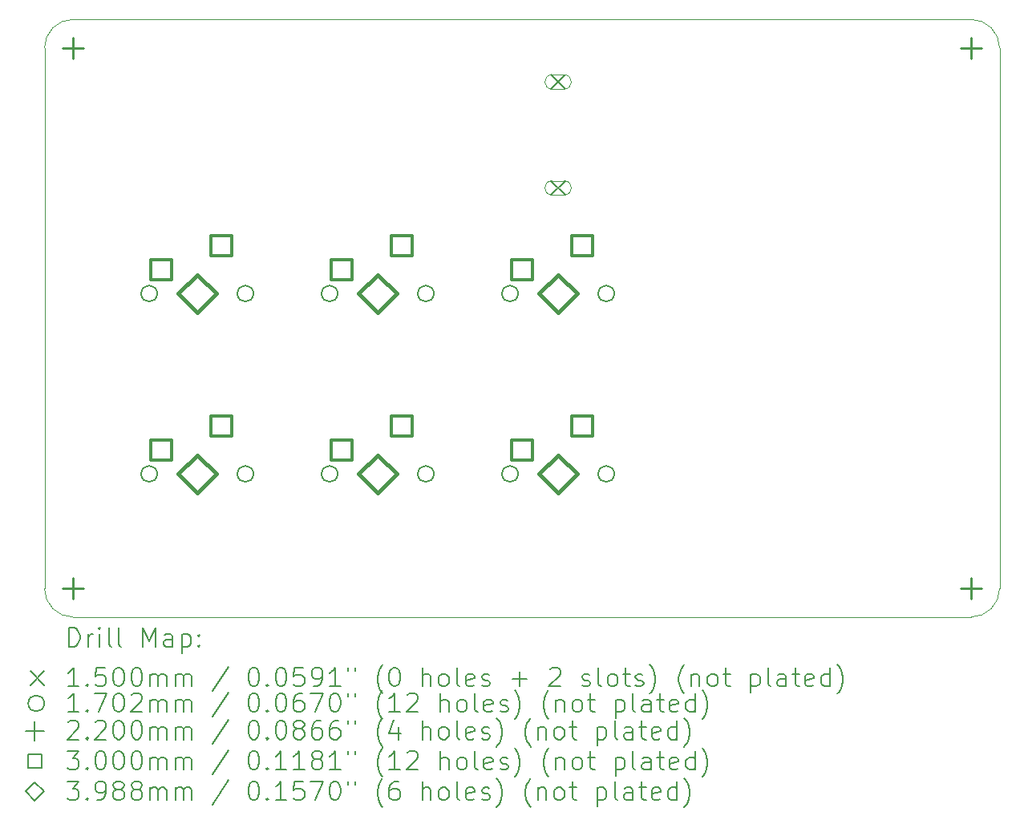
<source format=gbr>
%TF.GenerationSoftware,KiCad,Pcbnew,9.0.2*%
%TF.CreationDate,2025-09-21T22:05:46-04:00*%
%TF.ProjectId,vWAN-macropad,7657414e-2d6d-4616-9372-6f7061642e6b,v1*%
%TF.SameCoordinates,Original*%
%TF.FileFunction,Drillmap*%
%TF.FilePolarity,Positive*%
%FSLAX45Y45*%
G04 Gerber Fmt 4.5, Leading zero omitted, Abs format (unit mm)*
G04 Created by KiCad (PCBNEW 9.0.2) date 2025-09-21 22:05:46*
%MOMM*%
%LPD*%
G01*
G04 APERTURE LIST*
%ADD10C,0.050000*%
%ADD11C,0.200000*%
%ADD12C,0.150000*%
%ADD13C,0.100000*%
%ADD14C,0.170180*%
%ADD15C,0.220000*%
%ADD16C,0.300000*%
%ADD17C,0.398780*%
G04 APERTURE END LIST*
D10*
X22326600Y-13555700D02*
G75*
G02*
X22026600Y-13855700I-300000J0D01*
G01*
X12542800Y-13855700D02*
G75*
G02*
X12242800Y-13555700I0J300000D01*
G01*
X12242800Y-7843800D02*
G75*
G02*
X12542800Y-7543800I300000J0D01*
G01*
X12242800Y-13555700D02*
X12242800Y-7843800D01*
X22026600Y-7543800D02*
G75*
G02*
X22326600Y-7843800I0J-300000D01*
G01*
X12542800Y-7543800D02*
X22026600Y-7543800D01*
X22326600Y-7843800D02*
X22326600Y-13555700D01*
X22026600Y-13855700D02*
X12542800Y-13855700D01*
D11*
D12*
X17590700Y-8128000D02*
X17740700Y-8278000D01*
X17740700Y-8128000D02*
X17590700Y-8278000D01*
D13*
X17600700Y-8278000D02*
X17730700Y-8278000D01*
X17730700Y-8128000D02*
G75*
G02*
X17730700Y-8278000I0J-75000D01*
G01*
X17730700Y-8128000D02*
X17600700Y-8128000D01*
X17600700Y-8128000D02*
G75*
G03*
X17600700Y-8278000I0J-75000D01*
G01*
D12*
X17590700Y-9248000D02*
X17740700Y-9398000D01*
X17740700Y-9248000D02*
X17590700Y-9398000D01*
D13*
X17600700Y-9398000D02*
X17730700Y-9398000D01*
X17730700Y-9248000D02*
G75*
G02*
X17730700Y-9398000I0J-75000D01*
G01*
X17730700Y-9248000D02*
X17600700Y-9248000D01*
X17600700Y-9248000D02*
G75*
G03*
X17600700Y-9398000I0J-75000D01*
G01*
D14*
X13432790Y-10439400D02*
G75*
G02*
X13262610Y-10439400I-85090J0D01*
G01*
X13262610Y-10439400D02*
G75*
G02*
X13432790Y-10439400I85090J0D01*
G01*
X13432790Y-12344400D02*
G75*
G02*
X13262610Y-12344400I-85090J0D01*
G01*
X13262610Y-12344400D02*
G75*
G02*
X13432790Y-12344400I85090J0D01*
G01*
X14448790Y-10439400D02*
G75*
G02*
X14278610Y-10439400I-85090J0D01*
G01*
X14278610Y-10439400D02*
G75*
G02*
X14448790Y-10439400I85090J0D01*
G01*
X14448790Y-12344400D02*
G75*
G02*
X14278610Y-12344400I-85090J0D01*
G01*
X14278610Y-12344400D02*
G75*
G02*
X14448790Y-12344400I85090J0D01*
G01*
X15337790Y-10439400D02*
G75*
G02*
X15167610Y-10439400I-85090J0D01*
G01*
X15167610Y-10439400D02*
G75*
G02*
X15337790Y-10439400I85090J0D01*
G01*
X15337790Y-12344400D02*
G75*
G02*
X15167610Y-12344400I-85090J0D01*
G01*
X15167610Y-12344400D02*
G75*
G02*
X15337790Y-12344400I85090J0D01*
G01*
X16353790Y-10439400D02*
G75*
G02*
X16183610Y-10439400I-85090J0D01*
G01*
X16183610Y-10439400D02*
G75*
G02*
X16353790Y-10439400I85090J0D01*
G01*
X16353790Y-12344400D02*
G75*
G02*
X16183610Y-12344400I-85090J0D01*
G01*
X16183610Y-12344400D02*
G75*
G02*
X16353790Y-12344400I85090J0D01*
G01*
X17242790Y-10439400D02*
G75*
G02*
X17072610Y-10439400I-85090J0D01*
G01*
X17072610Y-10439400D02*
G75*
G02*
X17242790Y-10439400I85090J0D01*
G01*
X17242790Y-12344400D02*
G75*
G02*
X17072610Y-12344400I-85090J0D01*
G01*
X17072610Y-12344400D02*
G75*
G02*
X17242790Y-12344400I85090J0D01*
G01*
X18258790Y-10439400D02*
G75*
G02*
X18088610Y-10439400I-85090J0D01*
G01*
X18088610Y-10439400D02*
G75*
G02*
X18258790Y-10439400I85090J0D01*
G01*
X18258790Y-12344400D02*
G75*
G02*
X18088610Y-12344400I-85090J0D01*
G01*
X18088610Y-12344400D02*
G75*
G02*
X18258790Y-12344400I85090J0D01*
G01*
D15*
X12542800Y-7733800D02*
X12542800Y-7953800D01*
X12432800Y-7843800D02*
X12652800Y-7843800D01*
X12542800Y-13445700D02*
X12542800Y-13665700D01*
X12432800Y-13555700D02*
X12652800Y-13555700D01*
X22026600Y-7733800D02*
X22026600Y-7953800D01*
X21916600Y-7843800D02*
X22136600Y-7843800D01*
X22026600Y-13445700D02*
X22026600Y-13665700D01*
X21916600Y-13555700D02*
X22136600Y-13555700D01*
D16*
X13580767Y-10291467D02*
X13580767Y-10079333D01*
X13368633Y-10079333D01*
X13368633Y-10291467D01*
X13580767Y-10291467D01*
X13580767Y-12196467D02*
X13580767Y-11984333D01*
X13368633Y-11984333D01*
X13368633Y-12196467D01*
X13580767Y-12196467D01*
X14215767Y-10037467D02*
X14215767Y-9825333D01*
X14003633Y-9825333D01*
X14003633Y-10037467D01*
X14215767Y-10037467D01*
X14215767Y-11942467D02*
X14215767Y-11730333D01*
X14003633Y-11730333D01*
X14003633Y-11942467D01*
X14215767Y-11942467D01*
X15485767Y-10291467D02*
X15485767Y-10079333D01*
X15273633Y-10079333D01*
X15273633Y-10291467D01*
X15485767Y-10291467D01*
X15485767Y-12196467D02*
X15485767Y-11984333D01*
X15273633Y-11984333D01*
X15273633Y-12196467D01*
X15485767Y-12196467D01*
X16120767Y-10037467D02*
X16120767Y-9825333D01*
X15908633Y-9825333D01*
X15908633Y-10037467D01*
X16120767Y-10037467D01*
X16120767Y-11942467D02*
X16120767Y-11730333D01*
X15908633Y-11730333D01*
X15908633Y-11942467D01*
X16120767Y-11942467D01*
X17390767Y-10291467D02*
X17390767Y-10079333D01*
X17178633Y-10079333D01*
X17178633Y-10291467D01*
X17390767Y-10291467D01*
X17390767Y-12196467D02*
X17390767Y-11984333D01*
X17178633Y-11984333D01*
X17178633Y-12196467D01*
X17390767Y-12196467D01*
X18025767Y-10037467D02*
X18025767Y-9825333D01*
X17813633Y-9825333D01*
X17813633Y-10037467D01*
X18025767Y-10037467D01*
X18025767Y-11942467D02*
X18025767Y-11730333D01*
X17813633Y-11730333D01*
X17813633Y-11942467D01*
X18025767Y-11942467D01*
D17*
X13855700Y-10638790D02*
X14055090Y-10439400D01*
X13855700Y-10240010D01*
X13656310Y-10439400D01*
X13855700Y-10638790D01*
X13855700Y-12543790D02*
X14055090Y-12344400D01*
X13855700Y-12145010D01*
X13656310Y-12344400D01*
X13855700Y-12543790D01*
X15760700Y-10638790D02*
X15960090Y-10439400D01*
X15760700Y-10240010D01*
X15561310Y-10439400D01*
X15760700Y-10638790D01*
X15760700Y-12543790D02*
X15960090Y-12344400D01*
X15760700Y-12145010D01*
X15561310Y-12344400D01*
X15760700Y-12543790D01*
X17665700Y-10638790D02*
X17865090Y-10439400D01*
X17665700Y-10240010D01*
X17466310Y-10439400D01*
X17665700Y-10638790D01*
X17665700Y-12543790D02*
X17865090Y-12344400D01*
X17665700Y-12145010D01*
X17466310Y-12344400D01*
X17665700Y-12543790D01*
D11*
X12501077Y-14169684D02*
X12501077Y-13969684D01*
X12501077Y-13969684D02*
X12548696Y-13969684D01*
X12548696Y-13969684D02*
X12577267Y-13979208D01*
X12577267Y-13979208D02*
X12596315Y-13998255D01*
X12596315Y-13998255D02*
X12605839Y-14017303D01*
X12605839Y-14017303D02*
X12615362Y-14055398D01*
X12615362Y-14055398D02*
X12615362Y-14083969D01*
X12615362Y-14083969D02*
X12605839Y-14122065D01*
X12605839Y-14122065D02*
X12596315Y-14141112D01*
X12596315Y-14141112D02*
X12577267Y-14160160D01*
X12577267Y-14160160D02*
X12548696Y-14169684D01*
X12548696Y-14169684D02*
X12501077Y-14169684D01*
X12701077Y-14169684D02*
X12701077Y-14036350D01*
X12701077Y-14074446D02*
X12710601Y-14055398D01*
X12710601Y-14055398D02*
X12720124Y-14045874D01*
X12720124Y-14045874D02*
X12739172Y-14036350D01*
X12739172Y-14036350D02*
X12758220Y-14036350D01*
X12824886Y-14169684D02*
X12824886Y-14036350D01*
X12824886Y-13969684D02*
X12815362Y-13979208D01*
X12815362Y-13979208D02*
X12824886Y-13988731D01*
X12824886Y-13988731D02*
X12834410Y-13979208D01*
X12834410Y-13979208D02*
X12824886Y-13969684D01*
X12824886Y-13969684D02*
X12824886Y-13988731D01*
X12948696Y-14169684D02*
X12929648Y-14160160D01*
X12929648Y-14160160D02*
X12920124Y-14141112D01*
X12920124Y-14141112D02*
X12920124Y-13969684D01*
X13053458Y-14169684D02*
X13034410Y-14160160D01*
X13034410Y-14160160D02*
X13024886Y-14141112D01*
X13024886Y-14141112D02*
X13024886Y-13969684D01*
X13282029Y-14169684D02*
X13282029Y-13969684D01*
X13282029Y-13969684D02*
X13348696Y-14112541D01*
X13348696Y-14112541D02*
X13415362Y-13969684D01*
X13415362Y-13969684D02*
X13415362Y-14169684D01*
X13596315Y-14169684D02*
X13596315Y-14064922D01*
X13596315Y-14064922D02*
X13586791Y-14045874D01*
X13586791Y-14045874D02*
X13567743Y-14036350D01*
X13567743Y-14036350D02*
X13529648Y-14036350D01*
X13529648Y-14036350D02*
X13510601Y-14045874D01*
X13596315Y-14160160D02*
X13577267Y-14169684D01*
X13577267Y-14169684D02*
X13529648Y-14169684D01*
X13529648Y-14169684D02*
X13510601Y-14160160D01*
X13510601Y-14160160D02*
X13501077Y-14141112D01*
X13501077Y-14141112D02*
X13501077Y-14122065D01*
X13501077Y-14122065D02*
X13510601Y-14103017D01*
X13510601Y-14103017D02*
X13529648Y-14093493D01*
X13529648Y-14093493D02*
X13577267Y-14093493D01*
X13577267Y-14093493D02*
X13596315Y-14083969D01*
X13691553Y-14036350D02*
X13691553Y-14236350D01*
X13691553Y-14045874D02*
X13710601Y-14036350D01*
X13710601Y-14036350D02*
X13748696Y-14036350D01*
X13748696Y-14036350D02*
X13767743Y-14045874D01*
X13767743Y-14045874D02*
X13777267Y-14055398D01*
X13777267Y-14055398D02*
X13786791Y-14074446D01*
X13786791Y-14074446D02*
X13786791Y-14131588D01*
X13786791Y-14131588D02*
X13777267Y-14150636D01*
X13777267Y-14150636D02*
X13767743Y-14160160D01*
X13767743Y-14160160D02*
X13748696Y-14169684D01*
X13748696Y-14169684D02*
X13710601Y-14169684D01*
X13710601Y-14169684D02*
X13691553Y-14160160D01*
X13872505Y-14150636D02*
X13882029Y-14160160D01*
X13882029Y-14160160D02*
X13872505Y-14169684D01*
X13872505Y-14169684D02*
X13862982Y-14160160D01*
X13862982Y-14160160D02*
X13872505Y-14150636D01*
X13872505Y-14150636D02*
X13872505Y-14169684D01*
X13872505Y-14045874D02*
X13882029Y-14055398D01*
X13882029Y-14055398D02*
X13872505Y-14064922D01*
X13872505Y-14064922D02*
X13862982Y-14055398D01*
X13862982Y-14055398D02*
X13872505Y-14045874D01*
X13872505Y-14045874D02*
X13872505Y-14064922D01*
D12*
X12090300Y-14423200D02*
X12240300Y-14573200D01*
X12240300Y-14423200D02*
X12090300Y-14573200D01*
D11*
X12605839Y-14589684D02*
X12491553Y-14589684D01*
X12548696Y-14589684D02*
X12548696Y-14389684D01*
X12548696Y-14389684D02*
X12529648Y-14418255D01*
X12529648Y-14418255D02*
X12510601Y-14437303D01*
X12510601Y-14437303D02*
X12491553Y-14446827D01*
X12691553Y-14570636D02*
X12701077Y-14580160D01*
X12701077Y-14580160D02*
X12691553Y-14589684D01*
X12691553Y-14589684D02*
X12682029Y-14580160D01*
X12682029Y-14580160D02*
X12691553Y-14570636D01*
X12691553Y-14570636D02*
X12691553Y-14589684D01*
X12882029Y-14389684D02*
X12786791Y-14389684D01*
X12786791Y-14389684D02*
X12777267Y-14484922D01*
X12777267Y-14484922D02*
X12786791Y-14475398D01*
X12786791Y-14475398D02*
X12805839Y-14465874D01*
X12805839Y-14465874D02*
X12853458Y-14465874D01*
X12853458Y-14465874D02*
X12872505Y-14475398D01*
X12872505Y-14475398D02*
X12882029Y-14484922D01*
X12882029Y-14484922D02*
X12891553Y-14503969D01*
X12891553Y-14503969D02*
X12891553Y-14551588D01*
X12891553Y-14551588D02*
X12882029Y-14570636D01*
X12882029Y-14570636D02*
X12872505Y-14580160D01*
X12872505Y-14580160D02*
X12853458Y-14589684D01*
X12853458Y-14589684D02*
X12805839Y-14589684D01*
X12805839Y-14589684D02*
X12786791Y-14580160D01*
X12786791Y-14580160D02*
X12777267Y-14570636D01*
X13015362Y-14389684D02*
X13034410Y-14389684D01*
X13034410Y-14389684D02*
X13053458Y-14399208D01*
X13053458Y-14399208D02*
X13062982Y-14408731D01*
X13062982Y-14408731D02*
X13072505Y-14427779D01*
X13072505Y-14427779D02*
X13082029Y-14465874D01*
X13082029Y-14465874D02*
X13082029Y-14513493D01*
X13082029Y-14513493D02*
X13072505Y-14551588D01*
X13072505Y-14551588D02*
X13062982Y-14570636D01*
X13062982Y-14570636D02*
X13053458Y-14580160D01*
X13053458Y-14580160D02*
X13034410Y-14589684D01*
X13034410Y-14589684D02*
X13015362Y-14589684D01*
X13015362Y-14589684D02*
X12996315Y-14580160D01*
X12996315Y-14580160D02*
X12986791Y-14570636D01*
X12986791Y-14570636D02*
X12977267Y-14551588D01*
X12977267Y-14551588D02*
X12967743Y-14513493D01*
X12967743Y-14513493D02*
X12967743Y-14465874D01*
X12967743Y-14465874D02*
X12977267Y-14427779D01*
X12977267Y-14427779D02*
X12986791Y-14408731D01*
X12986791Y-14408731D02*
X12996315Y-14399208D01*
X12996315Y-14399208D02*
X13015362Y-14389684D01*
X13205839Y-14389684D02*
X13224886Y-14389684D01*
X13224886Y-14389684D02*
X13243934Y-14399208D01*
X13243934Y-14399208D02*
X13253458Y-14408731D01*
X13253458Y-14408731D02*
X13262982Y-14427779D01*
X13262982Y-14427779D02*
X13272505Y-14465874D01*
X13272505Y-14465874D02*
X13272505Y-14513493D01*
X13272505Y-14513493D02*
X13262982Y-14551588D01*
X13262982Y-14551588D02*
X13253458Y-14570636D01*
X13253458Y-14570636D02*
X13243934Y-14580160D01*
X13243934Y-14580160D02*
X13224886Y-14589684D01*
X13224886Y-14589684D02*
X13205839Y-14589684D01*
X13205839Y-14589684D02*
X13186791Y-14580160D01*
X13186791Y-14580160D02*
X13177267Y-14570636D01*
X13177267Y-14570636D02*
X13167743Y-14551588D01*
X13167743Y-14551588D02*
X13158220Y-14513493D01*
X13158220Y-14513493D02*
X13158220Y-14465874D01*
X13158220Y-14465874D02*
X13167743Y-14427779D01*
X13167743Y-14427779D02*
X13177267Y-14408731D01*
X13177267Y-14408731D02*
X13186791Y-14399208D01*
X13186791Y-14399208D02*
X13205839Y-14389684D01*
X13358220Y-14589684D02*
X13358220Y-14456350D01*
X13358220Y-14475398D02*
X13367743Y-14465874D01*
X13367743Y-14465874D02*
X13386791Y-14456350D01*
X13386791Y-14456350D02*
X13415363Y-14456350D01*
X13415363Y-14456350D02*
X13434410Y-14465874D01*
X13434410Y-14465874D02*
X13443934Y-14484922D01*
X13443934Y-14484922D02*
X13443934Y-14589684D01*
X13443934Y-14484922D02*
X13453458Y-14465874D01*
X13453458Y-14465874D02*
X13472505Y-14456350D01*
X13472505Y-14456350D02*
X13501077Y-14456350D01*
X13501077Y-14456350D02*
X13520124Y-14465874D01*
X13520124Y-14465874D02*
X13529648Y-14484922D01*
X13529648Y-14484922D02*
X13529648Y-14589684D01*
X13624886Y-14589684D02*
X13624886Y-14456350D01*
X13624886Y-14475398D02*
X13634410Y-14465874D01*
X13634410Y-14465874D02*
X13653458Y-14456350D01*
X13653458Y-14456350D02*
X13682029Y-14456350D01*
X13682029Y-14456350D02*
X13701077Y-14465874D01*
X13701077Y-14465874D02*
X13710601Y-14484922D01*
X13710601Y-14484922D02*
X13710601Y-14589684D01*
X13710601Y-14484922D02*
X13720124Y-14465874D01*
X13720124Y-14465874D02*
X13739172Y-14456350D01*
X13739172Y-14456350D02*
X13767743Y-14456350D01*
X13767743Y-14456350D02*
X13786791Y-14465874D01*
X13786791Y-14465874D02*
X13796315Y-14484922D01*
X13796315Y-14484922D02*
X13796315Y-14589684D01*
X14186791Y-14380160D02*
X14015363Y-14637303D01*
X14443934Y-14389684D02*
X14462982Y-14389684D01*
X14462982Y-14389684D02*
X14482029Y-14399208D01*
X14482029Y-14399208D02*
X14491553Y-14408731D01*
X14491553Y-14408731D02*
X14501077Y-14427779D01*
X14501077Y-14427779D02*
X14510601Y-14465874D01*
X14510601Y-14465874D02*
X14510601Y-14513493D01*
X14510601Y-14513493D02*
X14501077Y-14551588D01*
X14501077Y-14551588D02*
X14491553Y-14570636D01*
X14491553Y-14570636D02*
X14482029Y-14580160D01*
X14482029Y-14580160D02*
X14462982Y-14589684D01*
X14462982Y-14589684D02*
X14443934Y-14589684D01*
X14443934Y-14589684D02*
X14424886Y-14580160D01*
X14424886Y-14580160D02*
X14415363Y-14570636D01*
X14415363Y-14570636D02*
X14405839Y-14551588D01*
X14405839Y-14551588D02*
X14396315Y-14513493D01*
X14396315Y-14513493D02*
X14396315Y-14465874D01*
X14396315Y-14465874D02*
X14405839Y-14427779D01*
X14405839Y-14427779D02*
X14415363Y-14408731D01*
X14415363Y-14408731D02*
X14424886Y-14399208D01*
X14424886Y-14399208D02*
X14443934Y-14389684D01*
X14596315Y-14570636D02*
X14605839Y-14580160D01*
X14605839Y-14580160D02*
X14596315Y-14589684D01*
X14596315Y-14589684D02*
X14586791Y-14580160D01*
X14586791Y-14580160D02*
X14596315Y-14570636D01*
X14596315Y-14570636D02*
X14596315Y-14589684D01*
X14729648Y-14389684D02*
X14748696Y-14389684D01*
X14748696Y-14389684D02*
X14767744Y-14399208D01*
X14767744Y-14399208D02*
X14777267Y-14408731D01*
X14777267Y-14408731D02*
X14786791Y-14427779D01*
X14786791Y-14427779D02*
X14796315Y-14465874D01*
X14796315Y-14465874D02*
X14796315Y-14513493D01*
X14796315Y-14513493D02*
X14786791Y-14551588D01*
X14786791Y-14551588D02*
X14777267Y-14570636D01*
X14777267Y-14570636D02*
X14767744Y-14580160D01*
X14767744Y-14580160D02*
X14748696Y-14589684D01*
X14748696Y-14589684D02*
X14729648Y-14589684D01*
X14729648Y-14589684D02*
X14710601Y-14580160D01*
X14710601Y-14580160D02*
X14701077Y-14570636D01*
X14701077Y-14570636D02*
X14691553Y-14551588D01*
X14691553Y-14551588D02*
X14682029Y-14513493D01*
X14682029Y-14513493D02*
X14682029Y-14465874D01*
X14682029Y-14465874D02*
X14691553Y-14427779D01*
X14691553Y-14427779D02*
X14701077Y-14408731D01*
X14701077Y-14408731D02*
X14710601Y-14399208D01*
X14710601Y-14399208D02*
X14729648Y-14389684D01*
X14977267Y-14389684D02*
X14882029Y-14389684D01*
X14882029Y-14389684D02*
X14872506Y-14484922D01*
X14872506Y-14484922D02*
X14882029Y-14475398D01*
X14882029Y-14475398D02*
X14901077Y-14465874D01*
X14901077Y-14465874D02*
X14948696Y-14465874D01*
X14948696Y-14465874D02*
X14967744Y-14475398D01*
X14967744Y-14475398D02*
X14977267Y-14484922D01*
X14977267Y-14484922D02*
X14986791Y-14503969D01*
X14986791Y-14503969D02*
X14986791Y-14551588D01*
X14986791Y-14551588D02*
X14977267Y-14570636D01*
X14977267Y-14570636D02*
X14967744Y-14580160D01*
X14967744Y-14580160D02*
X14948696Y-14589684D01*
X14948696Y-14589684D02*
X14901077Y-14589684D01*
X14901077Y-14589684D02*
X14882029Y-14580160D01*
X14882029Y-14580160D02*
X14872506Y-14570636D01*
X15082029Y-14589684D02*
X15120125Y-14589684D01*
X15120125Y-14589684D02*
X15139172Y-14580160D01*
X15139172Y-14580160D02*
X15148696Y-14570636D01*
X15148696Y-14570636D02*
X15167744Y-14542065D01*
X15167744Y-14542065D02*
X15177267Y-14503969D01*
X15177267Y-14503969D02*
X15177267Y-14427779D01*
X15177267Y-14427779D02*
X15167744Y-14408731D01*
X15167744Y-14408731D02*
X15158220Y-14399208D01*
X15158220Y-14399208D02*
X15139172Y-14389684D01*
X15139172Y-14389684D02*
X15101077Y-14389684D01*
X15101077Y-14389684D02*
X15082029Y-14399208D01*
X15082029Y-14399208D02*
X15072506Y-14408731D01*
X15072506Y-14408731D02*
X15062982Y-14427779D01*
X15062982Y-14427779D02*
X15062982Y-14475398D01*
X15062982Y-14475398D02*
X15072506Y-14494446D01*
X15072506Y-14494446D02*
X15082029Y-14503969D01*
X15082029Y-14503969D02*
X15101077Y-14513493D01*
X15101077Y-14513493D02*
X15139172Y-14513493D01*
X15139172Y-14513493D02*
X15158220Y-14503969D01*
X15158220Y-14503969D02*
X15167744Y-14494446D01*
X15167744Y-14494446D02*
X15177267Y-14475398D01*
X15367744Y-14589684D02*
X15253458Y-14589684D01*
X15310601Y-14589684D02*
X15310601Y-14389684D01*
X15310601Y-14389684D02*
X15291553Y-14418255D01*
X15291553Y-14418255D02*
X15272506Y-14437303D01*
X15272506Y-14437303D02*
X15253458Y-14446827D01*
X15443934Y-14389684D02*
X15443934Y-14427779D01*
X15520125Y-14389684D02*
X15520125Y-14427779D01*
X15815363Y-14665874D02*
X15805839Y-14656350D01*
X15805839Y-14656350D02*
X15786791Y-14627779D01*
X15786791Y-14627779D02*
X15777268Y-14608731D01*
X15777268Y-14608731D02*
X15767744Y-14580160D01*
X15767744Y-14580160D02*
X15758220Y-14532541D01*
X15758220Y-14532541D02*
X15758220Y-14494446D01*
X15758220Y-14494446D02*
X15767744Y-14446827D01*
X15767744Y-14446827D02*
X15777268Y-14418255D01*
X15777268Y-14418255D02*
X15786791Y-14399208D01*
X15786791Y-14399208D02*
X15805839Y-14370636D01*
X15805839Y-14370636D02*
X15815363Y-14361112D01*
X15929648Y-14389684D02*
X15948696Y-14389684D01*
X15948696Y-14389684D02*
X15967744Y-14399208D01*
X15967744Y-14399208D02*
X15977268Y-14408731D01*
X15977268Y-14408731D02*
X15986791Y-14427779D01*
X15986791Y-14427779D02*
X15996315Y-14465874D01*
X15996315Y-14465874D02*
X15996315Y-14513493D01*
X15996315Y-14513493D02*
X15986791Y-14551588D01*
X15986791Y-14551588D02*
X15977268Y-14570636D01*
X15977268Y-14570636D02*
X15967744Y-14580160D01*
X15967744Y-14580160D02*
X15948696Y-14589684D01*
X15948696Y-14589684D02*
X15929648Y-14589684D01*
X15929648Y-14589684D02*
X15910601Y-14580160D01*
X15910601Y-14580160D02*
X15901077Y-14570636D01*
X15901077Y-14570636D02*
X15891553Y-14551588D01*
X15891553Y-14551588D02*
X15882029Y-14513493D01*
X15882029Y-14513493D02*
X15882029Y-14465874D01*
X15882029Y-14465874D02*
X15891553Y-14427779D01*
X15891553Y-14427779D02*
X15901077Y-14408731D01*
X15901077Y-14408731D02*
X15910601Y-14399208D01*
X15910601Y-14399208D02*
X15929648Y-14389684D01*
X16234410Y-14589684D02*
X16234410Y-14389684D01*
X16320125Y-14589684D02*
X16320125Y-14484922D01*
X16320125Y-14484922D02*
X16310601Y-14465874D01*
X16310601Y-14465874D02*
X16291553Y-14456350D01*
X16291553Y-14456350D02*
X16262982Y-14456350D01*
X16262982Y-14456350D02*
X16243934Y-14465874D01*
X16243934Y-14465874D02*
X16234410Y-14475398D01*
X16443934Y-14589684D02*
X16424887Y-14580160D01*
X16424887Y-14580160D02*
X16415363Y-14570636D01*
X16415363Y-14570636D02*
X16405839Y-14551588D01*
X16405839Y-14551588D02*
X16405839Y-14494446D01*
X16405839Y-14494446D02*
X16415363Y-14475398D01*
X16415363Y-14475398D02*
X16424887Y-14465874D01*
X16424887Y-14465874D02*
X16443934Y-14456350D01*
X16443934Y-14456350D02*
X16472506Y-14456350D01*
X16472506Y-14456350D02*
X16491553Y-14465874D01*
X16491553Y-14465874D02*
X16501077Y-14475398D01*
X16501077Y-14475398D02*
X16510601Y-14494446D01*
X16510601Y-14494446D02*
X16510601Y-14551588D01*
X16510601Y-14551588D02*
X16501077Y-14570636D01*
X16501077Y-14570636D02*
X16491553Y-14580160D01*
X16491553Y-14580160D02*
X16472506Y-14589684D01*
X16472506Y-14589684D02*
X16443934Y-14589684D01*
X16624887Y-14589684D02*
X16605839Y-14580160D01*
X16605839Y-14580160D02*
X16596315Y-14561112D01*
X16596315Y-14561112D02*
X16596315Y-14389684D01*
X16777268Y-14580160D02*
X16758220Y-14589684D01*
X16758220Y-14589684D02*
X16720125Y-14589684D01*
X16720125Y-14589684D02*
X16701077Y-14580160D01*
X16701077Y-14580160D02*
X16691553Y-14561112D01*
X16691553Y-14561112D02*
X16691553Y-14484922D01*
X16691553Y-14484922D02*
X16701077Y-14465874D01*
X16701077Y-14465874D02*
X16720125Y-14456350D01*
X16720125Y-14456350D02*
X16758220Y-14456350D01*
X16758220Y-14456350D02*
X16777268Y-14465874D01*
X16777268Y-14465874D02*
X16786792Y-14484922D01*
X16786792Y-14484922D02*
X16786792Y-14503969D01*
X16786792Y-14503969D02*
X16691553Y-14523017D01*
X16862982Y-14580160D02*
X16882030Y-14589684D01*
X16882030Y-14589684D02*
X16920125Y-14589684D01*
X16920125Y-14589684D02*
X16939173Y-14580160D01*
X16939173Y-14580160D02*
X16948696Y-14561112D01*
X16948696Y-14561112D02*
X16948696Y-14551588D01*
X16948696Y-14551588D02*
X16939173Y-14532541D01*
X16939173Y-14532541D02*
X16920125Y-14523017D01*
X16920125Y-14523017D02*
X16891553Y-14523017D01*
X16891553Y-14523017D02*
X16872506Y-14513493D01*
X16872506Y-14513493D02*
X16862982Y-14494446D01*
X16862982Y-14494446D02*
X16862982Y-14484922D01*
X16862982Y-14484922D02*
X16872506Y-14465874D01*
X16872506Y-14465874D02*
X16891553Y-14456350D01*
X16891553Y-14456350D02*
X16920125Y-14456350D01*
X16920125Y-14456350D02*
X16939173Y-14465874D01*
X17186792Y-14513493D02*
X17339173Y-14513493D01*
X17262982Y-14589684D02*
X17262982Y-14437303D01*
X17577268Y-14408731D02*
X17586792Y-14399208D01*
X17586792Y-14399208D02*
X17605839Y-14389684D01*
X17605839Y-14389684D02*
X17653458Y-14389684D01*
X17653458Y-14389684D02*
X17672506Y-14399208D01*
X17672506Y-14399208D02*
X17682030Y-14408731D01*
X17682030Y-14408731D02*
X17691554Y-14427779D01*
X17691554Y-14427779D02*
X17691554Y-14446827D01*
X17691554Y-14446827D02*
X17682030Y-14475398D01*
X17682030Y-14475398D02*
X17567744Y-14589684D01*
X17567744Y-14589684D02*
X17691554Y-14589684D01*
X17920125Y-14580160D02*
X17939173Y-14589684D01*
X17939173Y-14589684D02*
X17977268Y-14589684D01*
X17977268Y-14589684D02*
X17996316Y-14580160D01*
X17996316Y-14580160D02*
X18005839Y-14561112D01*
X18005839Y-14561112D02*
X18005839Y-14551588D01*
X18005839Y-14551588D02*
X17996316Y-14532541D01*
X17996316Y-14532541D02*
X17977268Y-14523017D01*
X17977268Y-14523017D02*
X17948696Y-14523017D01*
X17948696Y-14523017D02*
X17929649Y-14513493D01*
X17929649Y-14513493D02*
X17920125Y-14494446D01*
X17920125Y-14494446D02*
X17920125Y-14484922D01*
X17920125Y-14484922D02*
X17929649Y-14465874D01*
X17929649Y-14465874D02*
X17948696Y-14456350D01*
X17948696Y-14456350D02*
X17977268Y-14456350D01*
X17977268Y-14456350D02*
X17996316Y-14465874D01*
X18120125Y-14589684D02*
X18101077Y-14580160D01*
X18101077Y-14580160D02*
X18091554Y-14561112D01*
X18091554Y-14561112D02*
X18091554Y-14389684D01*
X18224887Y-14589684D02*
X18205839Y-14580160D01*
X18205839Y-14580160D02*
X18196316Y-14570636D01*
X18196316Y-14570636D02*
X18186792Y-14551588D01*
X18186792Y-14551588D02*
X18186792Y-14494446D01*
X18186792Y-14494446D02*
X18196316Y-14475398D01*
X18196316Y-14475398D02*
X18205839Y-14465874D01*
X18205839Y-14465874D02*
X18224887Y-14456350D01*
X18224887Y-14456350D02*
X18253458Y-14456350D01*
X18253458Y-14456350D02*
X18272506Y-14465874D01*
X18272506Y-14465874D02*
X18282030Y-14475398D01*
X18282030Y-14475398D02*
X18291554Y-14494446D01*
X18291554Y-14494446D02*
X18291554Y-14551588D01*
X18291554Y-14551588D02*
X18282030Y-14570636D01*
X18282030Y-14570636D02*
X18272506Y-14580160D01*
X18272506Y-14580160D02*
X18253458Y-14589684D01*
X18253458Y-14589684D02*
X18224887Y-14589684D01*
X18348697Y-14456350D02*
X18424887Y-14456350D01*
X18377268Y-14389684D02*
X18377268Y-14561112D01*
X18377268Y-14561112D02*
X18386792Y-14580160D01*
X18386792Y-14580160D02*
X18405839Y-14589684D01*
X18405839Y-14589684D02*
X18424887Y-14589684D01*
X18482030Y-14580160D02*
X18501077Y-14589684D01*
X18501077Y-14589684D02*
X18539173Y-14589684D01*
X18539173Y-14589684D02*
X18558220Y-14580160D01*
X18558220Y-14580160D02*
X18567744Y-14561112D01*
X18567744Y-14561112D02*
X18567744Y-14551588D01*
X18567744Y-14551588D02*
X18558220Y-14532541D01*
X18558220Y-14532541D02*
X18539173Y-14523017D01*
X18539173Y-14523017D02*
X18510601Y-14523017D01*
X18510601Y-14523017D02*
X18491554Y-14513493D01*
X18491554Y-14513493D02*
X18482030Y-14494446D01*
X18482030Y-14494446D02*
X18482030Y-14484922D01*
X18482030Y-14484922D02*
X18491554Y-14465874D01*
X18491554Y-14465874D02*
X18510601Y-14456350D01*
X18510601Y-14456350D02*
X18539173Y-14456350D01*
X18539173Y-14456350D02*
X18558220Y-14465874D01*
X18634411Y-14665874D02*
X18643935Y-14656350D01*
X18643935Y-14656350D02*
X18662982Y-14627779D01*
X18662982Y-14627779D02*
X18672506Y-14608731D01*
X18672506Y-14608731D02*
X18682030Y-14580160D01*
X18682030Y-14580160D02*
X18691554Y-14532541D01*
X18691554Y-14532541D02*
X18691554Y-14494446D01*
X18691554Y-14494446D02*
X18682030Y-14446827D01*
X18682030Y-14446827D02*
X18672506Y-14418255D01*
X18672506Y-14418255D02*
X18662982Y-14399208D01*
X18662982Y-14399208D02*
X18643935Y-14370636D01*
X18643935Y-14370636D02*
X18634411Y-14361112D01*
X18996316Y-14665874D02*
X18986792Y-14656350D01*
X18986792Y-14656350D02*
X18967744Y-14627779D01*
X18967744Y-14627779D02*
X18958220Y-14608731D01*
X18958220Y-14608731D02*
X18948697Y-14580160D01*
X18948697Y-14580160D02*
X18939173Y-14532541D01*
X18939173Y-14532541D02*
X18939173Y-14494446D01*
X18939173Y-14494446D02*
X18948697Y-14446827D01*
X18948697Y-14446827D02*
X18958220Y-14418255D01*
X18958220Y-14418255D02*
X18967744Y-14399208D01*
X18967744Y-14399208D02*
X18986792Y-14370636D01*
X18986792Y-14370636D02*
X18996316Y-14361112D01*
X19072506Y-14456350D02*
X19072506Y-14589684D01*
X19072506Y-14475398D02*
X19082030Y-14465874D01*
X19082030Y-14465874D02*
X19101077Y-14456350D01*
X19101077Y-14456350D02*
X19129649Y-14456350D01*
X19129649Y-14456350D02*
X19148697Y-14465874D01*
X19148697Y-14465874D02*
X19158220Y-14484922D01*
X19158220Y-14484922D02*
X19158220Y-14589684D01*
X19282030Y-14589684D02*
X19262982Y-14580160D01*
X19262982Y-14580160D02*
X19253458Y-14570636D01*
X19253458Y-14570636D02*
X19243935Y-14551588D01*
X19243935Y-14551588D02*
X19243935Y-14494446D01*
X19243935Y-14494446D02*
X19253458Y-14475398D01*
X19253458Y-14475398D02*
X19262982Y-14465874D01*
X19262982Y-14465874D02*
X19282030Y-14456350D01*
X19282030Y-14456350D02*
X19310601Y-14456350D01*
X19310601Y-14456350D02*
X19329649Y-14465874D01*
X19329649Y-14465874D02*
X19339173Y-14475398D01*
X19339173Y-14475398D02*
X19348697Y-14494446D01*
X19348697Y-14494446D02*
X19348697Y-14551588D01*
X19348697Y-14551588D02*
X19339173Y-14570636D01*
X19339173Y-14570636D02*
X19329649Y-14580160D01*
X19329649Y-14580160D02*
X19310601Y-14589684D01*
X19310601Y-14589684D02*
X19282030Y-14589684D01*
X19405839Y-14456350D02*
X19482030Y-14456350D01*
X19434411Y-14389684D02*
X19434411Y-14561112D01*
X19434411Y-14561112D02*
X19443935Y-14580160D01*
X19443935Y-14580160D02*
X19462982Y-14589684D01*
X19462982Y-14589684D02*
X19482030Y-14589684D01*
X19701078Y-14456350D02*
X19701078Y-14656350D01*
X19701078Y-14465874D02*
X19720125Y-14456350D01*
X19720125Y-14456350D02*
X19758220Y-14456350D01*
X19758220Y-14456350D02*
X19777268Y-14465874D01*
X19777268Y-14465874D02*
X19786792Y-14475398D01*
X19786792Y-14475398D02*
X19796316Y-14494446D01*
X19796316Y-14494446D02*
X19796316Y-14551588D01*
X19796316Y-14551588D02*
X19786792Y-14570636D01*
X19786792Y-14570636D02*
X19777268Y-14580160D01*
X19777268Y-14580160D02*
X19758220Y-14589684D01*
X19758220Y-14589684D02*
X19720125Y-14589684D01*
X19720125Y-14589684D02*
X19701078Y-14580160D01*
X19910601Y-14589684D02*
X19891554Y-14580160D01*
X19891554Y-14580160D02*
X19882030Y-14561112D01*
X19882030Y-14561112D02*
X19882030Y-14389684D01*
X20072506Y-14589684D02*
X20072506Y-14484922D01*
X20072506Y-14484922D02*
X20062982Y-14465874D01*
X20062982Y-14465874D02*
X20043935Y-14456350D01*
X20043935Y-14456350D02*
X20005839Y-14456350D01*
X20005839Y-14456350D02*
X19986792Y-14465874D01*
X20072506Y-14580160D02*
X20053459Y-14589684D01*
X20053459Y-14589684D02*
X20005839Y-14589684D01*
X20005839Y-14589684D02*
X19986792Y-14580160D01*
X19986792Y-14580160D02*
X19977268Y-14561112D01*
X19977268Y-14561112D02*
X19977268Y-14542065D01*
X19977268Y-14542065D02*
X19986792Y-14523017D01*
X19986792Y-14523017D02*
X20005839Y-14513493D01*
X20005839Y-14513493D02*
X20053459Y-14513493D01*
X20053459Y-14513493D02*
X20072506Y-14503969D01*
X20139173Y-14456350D02*
X20215363Y-14456350D01*
X20167744Y-14389684D02*
X20167744Y-14561112D01*
X20167744Y-14561112D02*
X20177268Y-14580160D01*
X20177268Y-14580160D02*
X20196316Y-14589684D01*
X20196316Y-14589684D02*
X20215363Y-14589684D01*
X20358220Y-14580160D02*
X20339173Y-14589684D01*
X20339173Y-14589684D02*
X20301078Y-14589684D01*
X20301078Y-14589684D02*
X20282030Y-14580160D01*
X20282030Y-14580160D02*
X20272506Y-14561112D01*
X20272506Y-14561112D02*
X20272506Y-14484922D01*
X20272506Y-14484922D02*
X20282030Y-14465874D01*
X20282030Y-14465874D02*
X20301078Y-14456350D01*
X20301078Y-14456350D02*
X20339173Y-14456350D01*
X20339173Y-14456350D02*
X20358220Y-14465874D01*
X20358220Y-14465874D02*
X20367744Y-14484922D01*
X20367744Y-14484922D02*
X20367744Y-14503969D01*
X20367744Y-14503969D02*
X20272506Y-14523017D01*
X20539173Y-14589684D02*
X20539173Y-14389684D01*
X20539173Y-14580160D02*
X20520125Y-14589684D01*
X20520125Y-14589684D02*
X20482030Y-14589684D01*
X20482030Y-14589684D02*
X20462982Y-14580160D01*
X20462982Y-14580160D02*
X20453459Y-14570636D01*
X20453459Y-14570636D02*
X20443935Y-14551588D01*
X20443935Y-14551588D02*
X20443935Y-14494446D01*
X20443935Y-14494446D02*
X20453459Y-14475398D01*
X20453459Y-14475398D02*
X20462982Y-14465874D01*
X20462982Y-14465874D02*
X20482030Y-14456350D01*
X20482030Y-14456350D02*
X20520125Y-14456350D01*
X20520125Y-14456350D02*
X20539173Y-14465874D01*
X20615363Y-14665874D02*
X20624887Y-14656350D01*
X20624887Y-14656350D02*
X20643935Y-14627779D01*
X20643935Y-14627779D02*
X20653459Y-14608731D01*
X20653459Y-14608731D02*
X20662982Y-14580160D01*
X20662982Y-14580160D02*
X20672506Y-14532541D01*
X20672506Y-14532541D02*
X20672506Y-14494446D01*
X20672506Y-14494446D02*
X20662982Y-14446827D01*
X20662982Y-14446827D02*
X20653459Y-14418255D01*
X20653459Y-14418255D02*
X20643935Y-14399208D01*
X20643935Y-14399208D02*
X20624887Y-14370636D01*
X20624887Y-14370636D02*
X20615363Y-14361112D01*
D14*
X12240300Y-14768200D02*
G75*
G02*
X12070120Y-14768200I-85090J0D01*
G01*
X12070120Y-14768200D02*
G75*
G02*
X12240300Y-14768200I85090J0D01*
G01*
D11*
X12605839Y-14859684D02*
X12491553Y-14859684D01*
X12548696Y-14859684D02*
X12548696Y-14659684D01*
X12548696Y-14659684D02*
X12529648Y-14688255D01*
X12529648Y-14688255D02*
X12510601Y-14707303D01*
X12510601Y-14707303D02*
X12491553Y-14716827D01*
X12691553Y-14840636D02*
X12701077Y-14850160D01*
X12701077Y-14850160D02*
X12691553Y-14859684D01*
X12691553Y-14859684D02*
X12682029Y-14850160D01*
X12682029Y-14850160D02*
X12691553Y-14840636D01*
X12691553Y-14840636D02*
X12691553Y-14859684D01*
X12767743Y-14659684D02*
X12901077Y-14659684D01*
X12901077Y-14659684D02*
X12815362Y-14859684D01*
X13015362Y-14659684D02*
X13034410Y-14659684D01*
X13034410Y-14659684D02*
X13053458Y-14669208D01*
X13053458Y-14669208D02*
X13062982Y-14678731D01*
X13062982Y-14678731D02*
X13072505Y-14697779D01*
X13072505Y-14697779D02*
X13082029Y-14735874D01*
X13082029Y-14735874D02*
X13082029Y-14783493D01*
X13082029Y-14783493D02*
X13072505Y-14821588D01*
X13072505Y-14821588D02*
X13062982Y-14840636D01*
X13062982Y-14840636D02*
X13053458Y-14850160D01*
X13053458Y-14850160D02*
X13034410Y-14859684D01*
X13034410Y-14859684D02*
X13015362Y-14859684D01*
X13015362Y-14859684D02*
X12996315Y-14850160D01*
X12996315Y-14850160D02*
X12986791Y-14840636D01*
X12986791Y-14840636D02*
X12977267Y-14821588D01*
X12977267Y-14821588D02*
X12967743Y-14783493D01*
X12967743Y-14783493D02*
X12967743Y-14735874D01*
X12967743Y-14735874D02*
X12977267Y-14697779D01*
X12977267Y-14697779D02*
X12986791Y-14678731D01*
X12986791Y-14678731D02*
X12996315Y-14669208D01*
X12996315Y-14669208D02*
X13015362Y-14659684D01*
X13158220Y-14678731D02*
X13167743Y-14669208D01*
X13167743Y-14669208D02*
X13186791Y-14659684D01*
X13186791Y-14659684D02*
X13234410Y-14659684D01*
X13234410Y-14659684D02*
X13253458Y-14669208D01*
X13253458Y-14669208D02*
X13262982Y-14678731D01*
X13262982Y-14678731D02*
X13272505Y-14697779D01*
X13272505Y-14697779D02*
X13272505Y-14716827D01*
X13272505Y-14716827D02*
X13262982Y-14745398D01*
X13262982Y-14745398D02*
X13148696Y-14859684D01*
X13148696Y-14859684D02*
X13272505Y-14859684D01*
X13358220Y-14859684D02*
X13358220Y-14726350D01*
X13358220Y-14745398D02*
X13367743Y-14735874D01*
X13367743Y-14735874D02*
X13386791Y-14726350D01*
X13386791Y-14726350D02*
X13415363Y-14726350D01*
X13415363Y-14726350D02*
X13434410Y-14735874D01*
X13434410Y-14735874D02*
X13443934Y-14754922D01*
X13443934Y-14754922D02*
X13443934Y-14859684D01*
X13443934Y-14754922D02*
X13453458Y-14735874D01*
X13453458Y-14735874D02*
X13472505Y-14726350D01*
X13472505Y-14726350D02*
X13501077Y-14726350D01*
X13501077Y-14726350D02*
X13520124Y-14735874D01*
X13520124Y-14735874D02*
X13529648Y-14754922D01*
X13529648Y-14754922D02*
X13529648Y-14859684D01*
X13624886Y-14859684D02*
X13624886Y-14726350D01*
X13624886Y-14745398D02*
X13634410Y-14735874D01*
X13634410Y-14735874D02*
X13653458Y-14726350D01*
X13653458Y-14726350D02*
X13682029Y-14726350D01*
X13682029Y-14726350D02*
X13701077Y-14735874D01*
X13701077Y-14735874D02*
X13710601Y-14754922D01*
X13710601Y-14754922D02*
X13710601Y-14859684D01*
X13710601Y-14754922D02*
X13720124Y-14735874D01*
X13720124Y-14735874D02*
X13739172Y-14726350D01*
X13739172Y-14726350D02*
X13767743Y-14726350D01*
X13767743Y-14726350D02*
X13786791Y-14735874D01*
X13786791Y-14735874D02*
X13796315Y-14754922D01*
X13796315Y-14754922D02*
X13796315Y-14859684D01*
X14186791Y-14650160D02*
X14015363Y-14907303D01*
X14443934Y-14659684D02*
X14462982Y-14659684D01*
X14462982Y-14659684D02*
X14482029Y-14669208D01*
X14482029Y-14669208D02*
X14491553Y-14678731D01*
X14491553Y-14678731D02*
X14501077Y-14697779D01*
X14501077Y-14697779D02*
X14510601Y-14735874D01*
X14510601Y-14735874D02*
X14510601Y-14783493D01*
X14510601Y-14783493D02*
X14501077Y-14821588D01*
X14501077Y-14821588D02*
X14491553Y-14840636D01*
X14491553Y-14840636D02*
X14482029Y-14850160D01*
X14482029Y-14850160D02*
X14462982Y-14859684D01*
X14462982Y-14859684D02*
X14443934Y-14859684D01*
X14443934Y-14859684D02*
X14424886Y-14850160D01*
X14424886Y-14850160D02*
X14415363Y-14840636D01*
X14415363Y-14840636D02*
X14405839Y-14821588D01*
X14405839Y-14821588D02*
X14396315Y-14783493D01*
X14396315Y-14783493D02*
X14396315Y-14735874D01*
X14396315Y-14735874D02*
X14405839Y-14697779D01*
X14405839Y-14697779D02*
X14415363Y-14678731D01*
X14415363Y-14678731D02*
X14424886Y-14669208D01*
X14424886Y-14669208D02*
X14443934Y-14659684D01*
X14596315Y-14840636D02*
X14605839Y-14850160D01*
X14605839Y-14850160D02*
X14596315Y-14859684D01*
X14596315Y-14859684D02*
X14586791Y-14850160D01*
X14586791Y-14850160D02*
X14596315Y-14840636D01*
X14596315Y-14840636D02*
X14596315Y-14859684D01*
X14729648Y-14659684D02*
X14748696Y-14659684D01*
X14748696Y-14659684D02*
X14767744Y-14669208D01*
X14767744Y-14669208D02*
X14777267Y-14678731D01*
X14777267Y-14678731D02*
X14786791Y-14697779D01*
X14786791Y-14697779D02*
X14796315Y-14735874D01*
X14796315Y-14735874D02*
X14796315Y-14783493D01*
X14796315Y-14783493D02*
X14786791Y-14821588D01*
X14786791Y-14821588D02*
X14777267Y-14840636D01*
X14777267Y-14840636D02*
X14767744Y-14850160D01*
X14767744Y-14850160D02*
X14748696Y-14859684D01*
X14748696Y-14859684D02*
X14729648Y-14859684D01*
X14729648Y-14859684D02*
X14710601Y-14850160D01*
X14710601Y-14850160D02*
X14701077Y-14840636D01*
X14701077Y-14840636D02*
X14691553Y-14821588D01*
X14691553Y-14821588D02*
X14682029Y-14783493D01*
X14682029Y-14783493D02*
X14682029Y-14735874D01*
X14682029Y-14735874D02*
X14691553Y-14697779D01*
X14691553Y-14697779D02*
X14701077Y-14678731D01*
X14701077Y-14678731D02*
X14710601Y-14669208D01*
X14710601Y-14669208D02*
X14729648Y-14659684D01*
X14967744Y-14659684D02*
X14929648Y-14659684D01*
X14929648Y-14659684D02*
X14910601Y-14669208D01*
X14910601Y-14669208D02*
X14901077Y-14678731D01*
X14901077Y-14678731D02*
X14882029Y-14707303D01*
X14882029Y-14707303D02*
X14872506Y-14745398D01*
X14872506Y-14745398D02*
X14872506Y-14821588D01*
X14872506Y-14821588D02*
X14882029Y-14840636D01*
X14882029Y-14840636D02*
X14891553Y-14850160D01*
X14891553Y-14850160D02*
X14910601Y-14859684D01*
X14910601Y-14859684D02*
X14948696Y-14859684D01*
X14948696Y-14859684D02*
X14967744Y-14850160D01*
X14967744Y-14850160D02*
X14977267Y-14840636D01*
X14977267Y-14840636D02*
X14986791Y-14821588D01*
X14986791Y-14821588D02*
X14986791Y-14773969D01*
X14986791Y-14773969D02*
X14977267Y-14754922D01*
X14977267Y-14754922D02*
X14967744Y-14745398D01*
X14967744Y-14745398D02*
X14948696Y-14735874D01*
X14948696Y-14735874D02*
X14910601Y-14735874D01*
X14910601Y-14735874D02*
X14891553Y-14745398D01*
X14891553Y-14745398D02*
X14882029Y-14754922D01*
X14882029Y-14754922D02*
X14872506Y-14773969D01*
X15053458Y-14659684D02*
X15186791Y-14659684D01*
X15186791Y-14659684D02*
X15101077Y-14859684D01*
X15301077Y-14659684D02*
X15320125Y-14659684D01*
X15320125Y-14659684D02*
X15339172Y-14669208D01*
X15339172Y-14669208D02*
X15348696Y-14678731D01*
X15348696Y-14678731D02*
X15358220Y-14697779D01*
X15358220Y-14697779D02*
X15367744Y-14735874D01*
X15367744Y-14735874D02*
X15367744Y-14783493D01*
X15367744Y-14783493D02*
X15358220Y-14821588D01*
X15358220Y-14821588D02*
X15348696Y-14840636D01*
X15348696Y-14840636D02*
X15339172Y-14850160D01*
X15339172Y-14850160D02*
X15320125Y-14859684D01*
X15320125Y-14859684D02*
X15301077Y-14859684D01*
X15301077Y-14859684D02*
X15282029Y-14850160D01*
X15282029Y-14850160D02*
X15272506Y-14840636D01*
X15272506Y-14840636D02*
X15262982Y-14821588D01*
X15262982Y-14821588D02*
X15253458Y-14783493D01*
X15253458Y-14783493D02*
X15253458Y-14735874D01*
X15253458Y-14735874D02*
X15262982Y-14697779D01*
X15262982Y-14697779D02*
X15272506Y-14678731D01*
X15272506Y-14678731D02*
X15282029Y-14669208D01*
X15282029Y-14669208D02*
X15301077Y-14659684D01*
X15443934Y-14659684D02*
X15443934Y-14697779D01*
X15520125Y-14659684D02*
X15520125Y-14697779D01*
X15815363Y-14935874D02*
X15805839Y-14926350D01*
X15805839Y-14926350D02*
X15786791Y-14897779D01*
X15786791Y-14897779D02*
X15777268Y-14878731D01*
X15777268Y-14878731D02*
X15767744Y-14850160D01*
X15767744Y-14850160D02*
X15758220Y-14802541D01*
X15758220Y-14802541D02*
X15758220Y-14764446D01*
X15758220Y-14764446D02*
X15767744Y-14716827D01*
X15767744Y-14716827D02*
X15777268Y-14688255D01*
X15777268Y-14688255D02*
X15786791Y-14669208D01*
X15786791Y-14669208D02*
X15805839Y-14640636D01*
X15805839Y-14640636D02*
X15815363Y-14631112D01*
X15996315Y-14859684D02*
X15882029Y-14859684D01*
X15939172Y-14859684D02*
X15939172Y-14659684D01*
X15939172Y-14659684D02*
X15920125Y-14688255D01*
X15920125Y-14688255D02*
X15901077Y-14707303D01*
X15901077Y-14707303D02*
X15882029Y-14716827D01*
X16072506Y-14678731D02*
X16082029Y-14669208D01*
X16082029Y-14669208D02*
X16101077Y-14659684D01*
X16101077Y-14659684D02*
X16148696Y-14659684D01*
X16148696Y-14659684D02*
X16167744Y-14669208D01*
X16167744Y-14669208D02*
X16177268Y-14678731D01*
X16177268Y-14678731D02*
X16186791Y-14697779D01*
X16186791Y-14697779D02*
X16186791Y-14716827D01*
X16186791Y-14716827D02*
X16177268Y-14745398D01*
X16177268Y-14745398D02*
X16062982Y-14859684D01*
X16062982Y-14859684D02*
X16186791Y-14859684D01*
X16424887Y-14859684D02*
X16424887Y-14659684D01*
X16510601Y-14859684D02*
X16510601Y-14754922D01*
X16510601Y-14754922D02*
X16501077Y-14735874D01*
X16501077Y-14735874D02*
X16482030Y-14726350D01*
X16482030Y-14726350D02*
X16453458Y-14726350D01*
X16453458Y-14726350D02*
X16434410Y-14735874D01*
X16434410Y-14735874D02*
X16424887Y-14745398D01*
X16634410Y-14859684D02*
X16615363Y-14850160D01*
X16615363Y-14850160D02*
X16605839Y-14840636D01*
X16605839Y-14840636D02*
X16596315Y-14821588D01*
X16596315Y-14821588D02*
X16596315Y-14764446D01*
X16596315Y-14764446D02*
X16605839Y-14745398D01*
X16605839Y-14745398D02*
X16615363Y-14735874D01*
X16615363Y-14735874D02*
X16634410Y-14726350D01*
X16634410Y-14726350D02*
X16662982Y-14726350D01*
X16662982Y-14726350D02*
X16682030Y-14735874D01*
X16682030Y-14735874D02*
X16691553Y-14745398D01*
X16691553Y-14745398D02*
X16701077Y-14764446D01*
X16701077Y-14764446D02*
X16701077Y-14821588D01*
X16701077Y-14821588D02*
X16691553Y-14840636D01*
X16691553Y-14840636D02*
X16682030Y-14850160D01*
X16682030Y-14850160D02*
X16662982Y-14859684D01*
X16662982Y-14859684D02*
X16634410Y-14859684D01*
X16815363Y-14859684D02*
X16796315Y-14850160D01*
X16796315Y-14850160D02*
X16786792Y-14831112D01*
X16786792Y-14831112D02*
X16786792Y-14659684D01*
X16967744Y-14850160D02*
X16948696Y-14859684D01*
X16948696Y-14859684D02*
X16910601Y-14859684D01*
X16910601Y-14859684D02*
X16891553Y-14850160D01*
X16891553Y-14850160D02*
X16882030Y-14831112D01*
X16882030Y-14831112D02*
X16882030Y-14754922D01*
X16882030Y-14754922D02*
X16891553Y-14735874D01*
X16891553Y-14735874D02*
X16910601Y-14726350D01*
X16910601Y-14726350D02*
X16948696Y-14726350D01*
X16948696Y-14726350D02*
X16967744Y-14735874D01*
X16967744Y-14735874D02*
X16977268Y-14754922D01*
X16977268Y-14754922D02*
X16977268Y-14773969D01*
X16977268Y-14773969D02*
X16882030Y-14793017D01*
X17053458Y-14850160D02*
X17072506Y-14859684D01*
X17072506Y-14859684D02*
X17110601Y-14859684D01*
X17110601Y-14859684D02*
X17129649Y-14850160D01*
X17129649Y-14850160D02*
X17139173Y-14831112D01*
X17139173Y-14831112D02*
X17139173Y-14821588D01*
X17139173Y-14821588D02*
X17129649Y-14802541D01*
X17129649Y-14802541D02*
X17110601Y-14793017D01*
X17110601Y-14793017D02*
X17082030Y-14793017D01*
X17082030Y-14793017D02*
X17062982Y-14783493D01*
X17062982Y-14783493D02*
X17053458Y-14764446D01*
X17053458Y-14764446D02*
X17053458Y-14754922D01*
X17053458Y-14754922D02*
X17062982Y-14735874D01*
X17062982Y-14735874D02*
X17082030Y-14726350D01*
X17082030Y-14726350D02*
X17110601Y-14726350D01*
X17110601Y-14726350D02*
X17129649Y-14735874D01*
X17205839Y-14935874D02*
X17215363Y-14926350D01*
X17215363Y-14926350D02*
X17234411Y-14897779D01*
X17234411Y-14897779D02*
X17243934Y-14878731D01*
X17243934Y-14878731D02*
X17253458Y-14850160D01*
X17253458Y-14850160D02*
X17262982Y-14802541D01*
X17262982Y-14802541D02*
X17262982Y-14764446D01*
X17262982Y-14764446D02*
X17253458Y-14716827D01*
X17253458Y-14716827D02*
X17243934Y-14688255D01*
X17243934Y-14688255D02*
X17234411Y-14669208D01*
X17234411Y-14669208D02*
X17215363Y-14640636D01*
X17215363Y-14640636D02*
X17205839Y-14631112D01*
X17567744Y-14935874D02*
X17558220Y-14926350D01*
X17558220Y-14926350D02*
X17539173Y-14897779D01*
X17539173Y-14897779D02*
X17529649Y-14878731D01*
X17529649Y-14878731D02*
X17520125Y-14850160D01*
X17520125Y-14850160D02*
X17510601Y-14802541D01*
X17510601Y-14802541D02*
X17510601Y-14764446D01*
X17510601Y-14764446D02*
X17520125Y-14716827D01*
X17520125Y-14716827D02*
X17529649Y-14688255D01*
X17529649Y-14688255D02*
X17539173Y-14669208D01*
X17539173Y-14669208D02*
X17558220Y-14640636D01*
X17558220Y-14640636D02*
X17567744Y-14631112D01*
X17643934Y-14726350D02*
X17643934Y-14859684D01*
X17643934Y-14745398D02*
X17653458Y-14735874D01*
X17653458Y-14735874D02*
X17672506Y-14726350D01*
X17672506Y-14726350D02*
X17701077Y-14726350D01*
X17701077Y-14726350D02*
X17720125Y-14735874D01*
X17720125Y-14735874D02*
X17729649Y-14754922D01*
X17729649Y-14754922D02*
X17729649Y-14859684D01*
X17853458Y-14859684D02*
X17834411Y-14850160D01*
X17834411Y-14850160D02*
X17824887Y-14840636D01*
X17824887Y-14840636D02*
X17815363Y-14821588D01*
X17815363Y-14821588D02*
X17815363Y-14764446D01*
X17815363Y-14764446D02*
X17824887Y-14745398D01*
X17824887Y-14745398D02*
X17834411Y-14735874D01*
X17834411Y-14735874D02*
X17853458Y-14726350D01*
X17853458Y-14726350D02*
X17882030Y-14726350D01*
X17882030Y-14726350D02*
X17901077Y-14735874D01*
X17901077Y-14735874D02*
X17910601Y-14745398D01*
X17910601Y-14745398D02*
X17920125Y-14764446D01*
X17920125Y-14764446D02*
X17920125Y-14821588D01*
X17920125Y-14821588D02*
X17910601Y-14840636D01*
X17910601Y-14840636D02*
X17901077Y-14850160D01*
X17901077Y-14850160D02*
X17882030Y-14859684D01*
X17882030Y-14859684D02*
X17853458Y-14859684D01*
X17977268Y-14726350D02*
X18053458Y-14726350D01*
X18005839Y-14659684D02*
X18005839Y-14831112D01*
X18005839Y-14831112D02*
X18015363Y-14850160D01*
X18015363Y-14850160D02*
X18034411Y-14859684D01*
X18034411Y-14859684D02*
X18053458Y-14859684D01*
X18272506Y-14726350D02*
X18272506Y-14926350D01*
X18272506Y-14735874D02*
X18291554Y-14726350D01*
X18291554Y-14726350D02*
X18329649Y-14726350D01*
X18329649Y-14726350D02*
X18348696Y-14735874D01*
X18348696Y-14735874D02*
X18358220Y-14745398D01*
X18358220Y-14745398D02*
X18367744Y-14764446D01*
X18367744Y-14764446D02*
X18367744Y-14821588D01*
X18367744Y-14821588D02*
X18358220Y-14840636D01*
X18358220Y-14840636D02*
X18348696Y-14850160D01*
X18348696Y-14850160D02*
X18329649Y-14859684D01*
X18329649Y-14859684D02*
X18291554Y-14859684D01*
X18291554Y-14859684D02*
X18272506Y-14850160D01*
X18482030Y-14859684D02*
X18462982Y-14850160D01*
X18462982Y-14850160D02*
X18453458Y-14831112D01*
X18453458Y-14831112D02*
X18453458Y-14659684D01*
X18643935Y-14859684D02*
X18643935Y-14754922D01*
X18643935Y-14754922D02*
X18634411Y-14735874D01*
X18634411Y-14735874D02*
X18615363Y-14726350D01*
X18615363Y-14726350D02*
X18577268Y-14726350D01*
X18577268Y-14726350D02*
X18558220Y-14735874D01*
X18643935Y-14850160D02*
X18624887Y-14859684D01*
X18624887Y-14859684D02*
X18577268Y-14859684D01*
X18577268Y-14859684D02*
X18558220Y-14850160D01*
X18558220Y-14850160D02*
X18548696Y-14831112D01*
X18548696Y-14831112D02*
X18548696Y-14812065D01*
X18548696Y-14812065D02*
X18558220Y-14793017D01*
X18558220Y-14793017D02*
X18577268Y-14783493D01*
X18577268Y-14783493D02*
X18624887Y-14783493D01*
X18624887Y-14783493D02*
X18643935Y-14773969D01*
X18710601Y-14726350D02*
X18786792Y-14726350D01*
X18739173Y-14659684D02*
X18739173Y-14831112D01*
X18739173Y-14831112D02*
X18748696Y-14850160D01*
X18748696Y-14850160D02*
X18767744Y-14859684D01*
X18767744Y-14859684D02*
X18786792Y-14859684D01*
X18929649Y-14850160D02*
X18910601Y-14859684D01*
X18910601Y-14859684D02*
X18872506Y-14859684D01*
X18872506Y-14859684D02*
X18853458Y-14850160D01*
X18853458Y-14850160D02*
X18843935Y-14831112D01*
X18843935Y-14831112D02*
X18843935Y-14754922D01*
X18843935Y-14754922D02*
X18853458Y-14735874D01*
X18853458Y-14735874D02*
X18872506Y-14726350D01*
X18872506Y-14726350D02*
X18910601Y-14726350D01*
X18910601Y-14726350D02*
X18929649Y-14735874D01*
X18929649Y-14735874D02*
X18939173Y-14754922D01*
X18939173Y-14754922D02*
X18939173Y-14773969D01*
X18939173Y-14773969D02*
X18843935Y-14793017D01*
X19110601Y-14859684D02*
X19110601Y-14659684D01*
X19110601Y-14850160D02*
X19091554Y-14859684D01*
X19091554Y-14859684D02*
X19053458Y-14859684D01*
X19053458Y-14859684D02*
X19034411Y-14850160D01*
X19034411Y-14850160D02*
X19024887Y-14840636D01*
X19024887Y-14840636D02*
X19015363Y-14821588D01*
X19015363Y-14821588D02*
X19015363Y-14764446D01*
X19015363Y-14764446D02*
X19024887Y-14745398D01*
X19024887Y-14745398D02*
X19034411Y-14735874D01*
X19034411Y-14735874D02*
X19053458Y-14726350D01*
X19053458Y-14726350D02*
X19091554Y-14726350D01*
X19091554Y-14726350D02*
X19110601Y-14735874D01*
X19186792Y-14935874D02*
X19196316Y-14926350D01*
X19196316Y-14926350D02*
X19215363Y-14897779D01*
X19215363Y-14897779D02*
X19224887Y-14878731D01*
X19224887Y-14878731D02*
X19234411Y-14850160D01*
X19234411Y-14850160D02*
X19243935Y-14802541D01*
X19243935Y-14802541D02*
X19243935Y-14764446D01*
X19243935Y-14764446D02*
X19234411Y-14716827D01*
X19234411Y-14716827D02*
X19224887Y-14688255D01*
X19224887Y-14688255D02*
X19215363Y-14669208D01*
X19215363Y-14669208D02*
X19196316Y-14640636D01*
X19196316Y-14640636D02*
X19186792Y-14631112D01*
X12140300Y-14958380D02*
X12140300Y-15158380D01*
X12040300Y-15058380D02*
X12240300Y-15058380D01*
X12491553Y-14968911D02*
X12501077Y-14959388D01*
X12501077Y-14959388D02*
X12520124Y-14949864D01*
X12520124Y-14949864D02*
X12567743Y-14949864D01*
X12567743Y-14949864D02*
X12586791Y-14959388D01*
X12586791Y-14959388D02*
X12596315Y-14968911D01*
X12596315Y-14968911D02*
X12605839Y-14987959D01*
X12605839Y-14987959D02*
X12605839Y-15007007D01*
X12605839Y-15007007D02*
X12596315Y-15035578D01*
X12596315Y-15035578D02*
X12482029Y-15149864D01*
X12482029Y-15149864D02*
X12605839Y-15149864D01*
X12691553Y-15130816D02*
X12701077Y-15140340D01*
X12701077Y-15140340D02*
X12691553Y-15149864D01*
X12691553Y-15149864D02*
X12682029Y-15140340D01*
X12682029Y-15140340D02*
X12691553Y-15130816D01*
X12691553Y-15130816D02*
X12691553Y-15149864D01*
X12777267Y-14968911D02*
X12786791Y-14959388D01*
X12786791Y-14959388D02*
X12805839Y-14949864D01*
X12805839Y-14949864D02*
X12853458Y-14949864D01*
X12853458Y-14949864D02*
X12872505Y-14959388D01*
X12872505Y-14959388D02*
X12882029Y-14968911D01*
X12882029Y-14968911D02*
X12891553Y-14987959D01*
X12891553Y-14987959D02*
X12891553Y-15007007D01*
X12891553Y-15007007D02*
X12882029Y-15035578D01*
X12882029Y-15035578D02*
X12767743Y-15149864D01*
X12767743Y-15149864D02*
X12891553Y-15149864D01*
X13015362Y-14949864D02*
X13034410Y-14949864D01*
X13034410Y-14949864D02*
X13053458Y-14959388D01*
X13053458Y-14959388D02*
X13062982Y-14968911D01*
X13062982Y-14968911D02*
X13072505Y-14987959D01*
X13072505Y-14987959D02*
X13082029Y-15026054D01*
X13082029Y-15026054D02*
X13082029Y-15073673D01*
X13082029Y-15073673D02*
X13072505Y-15111768D01*
X13072505Y-15111768D02*
X13062982Y-15130816D01*
X13062982Y-15130816D02*
X13053458Y-15140340D01*
X13053458Y-15140340D02*
X13034410Y-15149864D01*
X13034410Y-15149864D02*
X13015362Y-15149864D01*
X13015362Y-15149864D02*
X12996315Y-15140340D01*
X12996315Y-15140340D02*
X12986791Y-15130816D01*
X12986791Y-15130816D02*
X12977267Y-15111768D01*
X12977267Y-15111768D02*
X12967743Y-15073673D01*
X12967743Y-15073673D02*
X12967743Y-15026054D01*
X12967743Y-15026054D02*
X12977267Y-14987959D01*
X12977267Y-14987959D02*
X12986791Y-14968911D01*
X12986791Y-14968911D02*
X12996315Y-14959388D01*
X12996315Y-14959388D02*
X13015362Y-14949864D01*
X13205839Y-14949864D02*
X13224886Y-14949864D01*
X13224886Y-14949864D02*
X13243934Y-14959388D01*
X13243934Y-14959388D02*
X13253458Y-14968911D01*
X13253458Y-14968911D02*
X13262982Y-14987959D01*
X13262982Y-14987959D02*
X13272505Y-15026054D01*
X13272505Y-15026054D02*
X13272505Y-15073673D01*
X13272505Y-15073673D02*
X13262982Y-15111768D01*
X13262982Y-15111768D02*
X13253458Y-15130816D01*
X13253458Y-15130816D02*
X13243934Y-15140340D01*
X13243934Y-15140340D02*
X13224886Y-15149864D01*
X13224886Y-15149864D02*
X13205839Y-15149864D01*
X13205839Y-15149864D02*
X13186791Y-15140340D01*
X13186791Y-15140340D02*
X13177267Y-15130816D01*
X13177267Y-15130816D02*
X13167743Y-15111768D01*
X13167743Y-15111768D02*
X13158220Y-15073673D01*
X13158220Y-15073673D02*
X13158220Y-15026054D01*
X13158220Y-15026054D02*
X13167743Y-14987959D01*
X13167743Y-14987959D02*
X13177267Y-14968911D01*
X13177267Y-14968911D02*
X13186791Y-14959388D01*
X13186791Y-14959388D02*
X13205839Y-14949864D01*
X13358220Y-15149864D02*
X13358220Y-15016530D01*
X13358220Y-15035578D02*
X13367743Y-15026054D01*
X13367743Y-15026054D02*
X13386791Y-15016530D01*
X13386791Y-15016530D02*
X13415363Y-15016530D01*
X13415363Y-15016530D02*
X13434410Y-15026054D01*
X13434410Y-15026054D02*
X13443934Y-15045102D01*
X13443934Y-15045102D02*
X13443934Y-15149864D01*
X13443934Y-15045102D02*
X13453458Y-15026054D01*
X13453458Y-15026054D02*
X13472505Y-15016530D01*
X13472505Y-15016530D02*
X13501077Y-15016530D01*
X13501077Y-15016530D02*
X13520124Y-15026054D01*
X13520124Y-15026054D02*
X13529648Y-15045102D01*
X13529648Y-15045102D02*
X13529648Y-15149864D01*
X13624886Y-15149864D02*
X13624886Y-15016530D01*
X13624886Y-15035578D02*
X13634410Y-15026054D01*
X13634410Y-15026054D02*
X13653458Y-15016530D01*
X13653458Y-15016530D02*
X13682029Y-15016530D01*
X13682029Y-15016530D02*
X13701077Y-15026054D01*
X13701077Y-15026054D02*
X13710601Y-15045102D01*
X13710601Y-15045102D02*
X13710601Y-15149864D01*
X13710601Y-15045102D02*
X13720124Y-15026054D01*
X13720124Y-15026054D02*
X13739172Y-15016530D01*
X13739172Y-15016530D02*
X13767743Y-15016530D01*
X13767743Y-15016530D02*
X13786791Y-15026054D01*
X13786791Y-15026054D02*
X13796315Y-15045102D01*
X13796315Y-15045102D02*
X13796315Y-15149864D01*
X14186791Y-14940340D02*
X14015363Y-15197483D01*
X14443934Y-14949864D02*
X14462982Y-14949864D01*
X14462982Y-14949864D02*
X14482029Y-14959388D01*
X14482029Y-14959388D02*
X14491553Y-14968911D01*
X14491553Y-14968911D02*
X14501077Y-14987959D01*
X14501077Y-14987959D02*
X14510601Y-15026054D01*
X14510601Y-15026054D02*
X14510601Y-15073673D01*
X14510601Y-15073673D02*
X14501077Y-15111768D01*
X14501077Y-15111768D02*
X14491553Y-15130816D01*
X14491553Y-15130816D02*
X14482029Y-15140340D01*
X14482029Y-15140340D02*
X14462982Y-15149864D01*
X14462982Y-15149864D02*
X14443934Y-15149864D01*
X14443934Y-15149864D02*
X14424886Y-15140340D01*
X14424886Y-15140340D02*
X14415363Y-15130816D01*
X14415363Y-15130816D02*
X14405839Y-15111768D01*
X14405839Y-15111768D02*
X14396315Y-15073673D01*
X14396315Y-15073673D02*
X14396315Y-15026054D01*
X14396315Y-15026054D02*
X14405839Y-14987959D01*
X14405839Y-14987959D02*
X14415363Y-14968911D01*
X14415363Y-14968911D02*
X14424886Y-14959388D01*
X14424886Y-14959388D02*
X14443934Y-14949864D01*
X14596315Y-15130816D02*
X14605839Y-15140340D01*
X14605839Y-15140340D02*
X14596315Y-15149864D01*
X14596315Y-15149864D02*
X14586791Y-15140340D01*
X14586791Y-15140340D02*
X14596315Y-15130816D01*
X14596315Y-15130816D02*
X14596315Y-15149864D01*
X14729648Y-14949864D02*
X14748696Y-14949864D01*
X14748696Y-14949864D02*
X14767744Y-14959388D01*
X14767744Y-14959388D02*
X14777267Y-14968911D01*
X14777267Y-14968911D02*
X14786791Y-14987959D01*
X14786791Y-14987959D02*
X14796315Y-15026054D01*
X14796315Y-15026054D02*
X14796315Y-15073673D01*
X14796315Y-15073673D02*
X14786791Y-15111768D01*
X14786791Y-15111768D02*
X14777267Y-15130816D01*
X14777267Y-15130816D02*
X14767744Y-15140340D01*
X14767744Y-15140340D02*
X14748696Y-15149864D01*
X14748696Y-15149864D02*
X14729648Y-15149864D01*
X14729648Y-15149864D02*
X14710601Y-15140340D01*
X14710601Y-15140340D02*
X14701077Y-15130816D01*
X14701077Y-15130816D02*
X14691553Y-15111768D01*
X14691553Y-15111768D02*
X14682029Y-15073673D01*
X14682029Y-15073673D02*
X14682029Y-15026054D01*
X14682029Y-15026054D02*
X14691553Y-14987959D01*
X14691553Y-14987959D02*
X14701077Y-14968911D01*
X14701077Y-14968911D02*
X14710601Y-14959388D01*
X14710601Y-14959388D02*
X14729648Y-14949864D01*
X14910601Y-15035578D02*
X14891553Y-15026054D01*
X14891553Y-15026054D02*
X14882029Y-15016530D01*
X14882029Y-15016530D02*
X14872506Y-14997483D01*
X14872506Y-14997483D02*
X14872506Y-14987959D01*
X14872506Y-14987959D02*
X14882029Y-14968911D01*
X14882029Y-14968911D02*
X14891553Y-14959388D01*
X14891553Y-14959388D02*
X14910601Y-14949864D01*
X14910601Y-14949864D02*
X14948696Y-14949864D01*
X14948696Y-14949864D02*
X14967744Y-14959388D01*
X14967744Y-14959388D02*
X14977267Y-14968911D01*
X14977267Y-14968911D02*
X14986791Y-14987959D01*
X14986791Y-14987959D02*
X14986791Y-14997483D01*
X14986791Y-14997483D02*
X14977267Y-15016530D01*
X14977267Y-15016530D02*
X14967744Y-15026054D01*
X14967744Y-15026054D02*
X14948696Y-15035578D01*
X14948696Y-15035578D02*
X14910601Y-15035578D01*
X14910601Y-15035578D02*
X14891553Y-15045102D01*
X14891553Y-15045102D02*
X14882029Y-15054626D01*
X14882029Y-15054626D02*
X14872506Y-15073673D01*
X14872506Y-15073673D02*
X14872506Y-15111768D01*
X14872506Y-15111768D02*
X14882029Y-15130816D01*
X14882029Y-15130816D02*
X14891553Y-15140340D01*
X14891553Y-15140340D02*
X14910601Y-15149864D01*
X14910601Y-15149864D02*
X14948696Y-15149864D01*
X14948696Y-15149864D02*
X14967744Y-15140340D01*
X14967744Y-15140340D02*
X14977267Y-15130816D01*
X14977267Y-15130816D02*
X14986791Y-15111768D01*
X14986791Y-15111768D02*
X14986791Y-15073673D01*
X14986791Y-15073673D02*
X14977267Y-15054626D01*
X14977267Y-15054626D02*
X14967744Y-15045102D01*
X14967744Y-15045102D02*
X14948696Y-15035578D01*
X15158220Y-14949864D02*
X15120125Y-14949864D01*
X15120125Y-14949864D02*
X15101077Y-14959388D01*
X15101077Y-14959388D02*
X15091553Y-14968911D01*
X15091553Y-14968911D02*
X15072506Y-14997483D01*
X15072506Y-14997483D02*
X15062982Y-15035578D01*
X15062982Y-15035578D02*
X15062982Y-15111768D01*
X15062982Y-15111768D02*
X15072506Y-15130816D01*
X15072506Y-15130816D02*
X15082029Y-15140340D01*
X15082029Y-15140340D02*
X15101077Y-15149864D01*
X15101077Y-15149864D02*
X15139172Y-15149864D01*
X15139172Y-15149864D02*
X15158220Y-15140340D01*
X15158220Y-15140340D02*
X15167744Y-15130816D01*
X15167744Y-15130816D02*
X15177267Y-15111768D01*
X15177267Y-15111768D02*
X15177267Y-15064149D01*
X15177267Y-15064149D02*
X15167744Y-15045102D01*
X15167744Y-15045102D02*
X15158220Y-15035578D01*
X15158220Y-15035578D02*
X15139172Y-15026054D01*
X15139172Y-15026054D02*
X15101077Y-15026054D01*
X15101077Y-15026054D02*
X15082029Y-15035578D01*
X15082029Y-15035578D02*
X15072506Y-15045102D01*
X15072506Y-15045102D02*
X15062982Y-15064149D01*
X15348696Y-14949864D02*
X15310601Y-14949864D01*
X15310601Y-14949864D02*
X15291553Y-14959388D01*
X15291553Y-14959388D02*
X15282029Y-14968911D01*
X15282029Y-14968911D02*
X15262982Y-14997483D01*
X15262982Y-14997483D02*
X15253458Y-15035578D01*
X15253458Y-15035578D02*
X15253458Y-15111768D01*
X15253458Y-15111768D02*
X15262982Y-15130816D01*
X15262982Y-15130816D02*
X15272506Y-15140340D01*
X15272506Y-15140340D02*
X15291553Y-15149864D01*
X15291553Y-15149864D02*
X15329648Y-15149864D01*
X15329648Y-15149864D02*
X15348696Y-15140340D01*
X15348696Y-15140340D02*
X15358220Y-15130816D01*
X15358220Y-15130816D02*
X15367744Y-15111768D01*
X15367744Y-15111768D02*
X15367744Y-15064149D01*
X15367744Y-15064149D02*
X15358220Y-15045102D01*
X15358220Y-15045102D02*
X15348696Y-15035578D01*
X15348696Y-15035578D02*
X15329648Y-15026054D01*
X15329648Y-15026054D02*
X15291553Y-15026054D01*
X15291553Y-15026054D02*
X15272506Y-15035578D01*
X15272506Y-15035578D02*
X15262982Y-15045102D01*
X15262982Y-15045102D02*
X15253458Y-15064149D01*
X15443934Y-14949864D02*
X15443934Y-14987959D01*
X15520125Y-14949864D02*
X15520125Y-14987959D01*
X15815363Y-15226054D02*
X15805839Y-15216530D01*
X15805839Y-15216530D02*
X15786791Y-15187959D01*
X15786791Y-15187959D02*
X15777268Y-15168911D01*
X15777268Y-15168911D02*
X15767744Y-15140340D01*
X15767744Y-15140340D02*
X15758220Y-15092721D01*
X15758220Y-15092721D02*
X15758220Y-15054626D01*
X15758220Y-15054626D02*
X15767744Y-15007007D01*
X15767744Y-15007007D02*
X15777268Y-14978435D01*
X15777268Y-14978435D02*
X15786791Y-14959388D01*
X15786791Y-14959388D02*
X15805839Y-14930816D01*
X15805839Y-14930816D02*
X15815363Y-14921292D01*
X15977268Y-15016530D02*
X15977268Y-15149864D01*
X15929648Y-14940340D02*
X15882029Y-15083197D01*
X15882029Y-15083197D02*
X16005839Y-15083197D01*
X16234410Y-15149864D02*
X16234410Y-14949864D01*
X16320125Y-15149864D02*
X16320125Y-15045102D01*
X16320125Y-15045102D02*
X16310601Y-15026054D01*
X16310601Y-15026054D02*
X16291553Y-15016530D01*
X16291553Y-15016530D02*
X16262982Y-15016530D01*
X16262982Y-15016530D02*
X16243934Y-15026054D01*
X16243934Y-15026054D02*
X16234410Y-15035578D01*
X16443934Y-15149864D02*
X16424887Y-15140340D01*
X16424887Y-15140340D02*
X16415363Y-15130816D01*
X16415363Y-15130816D02*
X16405839Y-15111768D01*
X16405839Y-15111768D02*
X16405839Y-15054626D01*
X16405839Y-15054626D02*
X16415363Y-15035578D01*
X16415363Y-15035578D02*
X16424887Y-15026054D01*
X16424887Y-15026054D02*
X16443934Y-15016530D01*
X16443934Y-15016530D02*
X16472506Y-15016530D01*
X16472506Y-15016530D02*
X16491553Y-15026054D01*
X16491553Y-15026054D02*
X16501077Y-15035578D01*
X16501077Y-15035578D02*
X16510601Y-15054626D01*
X16510601Y-15054626D02*
X16510601Y-15111768D01*
X16510601Y-15111768D02*
X16501077Y-15130816D01*
X16501077Y-15130816D02*
X16491553Y-15140340D01*
X16491553Y-15140340D02*
X16472506Y-15149864D01*
X16472506Y-15149864D02*
X16443934Y-15149864D01*
X16624887Y-15149864D02*
X16605839Y-15140340D01*
X16605839Y-15140340D02*
X16596315Y-15121292D01*
X16596315Y-15121292D02*
X16596315Y-14949864D01*
X16777268Y-15140340D02*
X16758220Y-15149864D01*
X16758220Y-15149864D02*
X16720125Y-15149864D01*
X16720125Y-15149864D02*
X16701077Y-15140340D01*
X16701077Y-15140340D02*
X16691553Y-15121292D01*
X16691553Y-15121292D02*
X16691553Y-15045102D01*
X16691553Y-15045102D02*
X16701077Y-15026054D01*
X16701077Y-15026054D02*
X16720125Y-15016530D01*
X16720125Y-15016530D02*
X16758220Y-15016530D01*
X16758220Y-15016530D02*
X16777268Y-15026054D01*
X16777268Y-15026054D02*
X16786792Y-15045102D01*
X16786792Y-15045102D02*
X16786792Y-15064149D01*
X16786792Y-15064149D02*
X16691553Y-15083197D01*
X16862982Y-15140340D02*
X16882030Y-15149864D01*
X16882030Y-15149864D02*
X16920125Y-15149864D01*
X16920125Y-15149864D02*
X16939173Y-15140340D01*
X16939173Y-15140340D02*
X16948696Y-15121292D01*
X16948696Y-15121292D02*
X16948696Y-15111768D01*
X16948696Y-15111768D02*
X16939173Y-15092721D01*
X16939173Y-15092721D02*
X16920125Y-15083197D01*
X16920125Y-15083197D02*
X16891553Y-15083197D01*
X16891553Y-15083197D02*
X16872506Y-15073673D01*
X16872506Y-15073673D02*
X16862982Y-15054626D01*
X16862982Y-15054626D02*
X16862982Y-15045102D01*
X16862982Y-15045102D02*
X16872506Y-15026054D01*
X16872506Y-15026054D02*
X16891553Y-15016530D01*
X16891553Y-15016530D02*
X16920125Y-15016530D01*
X16920125Y-15016530D02*
X16939173Y-15026054D01*
X17015363Y-15226054D02*
X17024887Y-15216530D01*
X17024887Y-15216530D02*
X17043934Y-15187959D01*
X17043934Y-15187959D02*
X17053458Y-15168911D01*
X17053458Y-15168911D02*
X17062982Y-15140340D01*
X17062982Y-15140340D02*
X17072506Y-15092721D01*
X17072506Y-15092721D02*
X17072506Y-15054626D01*
X17072506Y-15054626D02*
X17062982Y-15007007D01*
X17062982Y-15007007D02*
X17053458Y-14978435D01*
X17053458Y-14978435D02*
X17043934Y-14959388D01*
X17043934Y-14959388D02*
X17024887Y-14930816D01*
X17024887Y-14930816D02*
X17015363Y-14921292D01*
X17377268Y-15226054D02*
X17367744Y-15216530D01*
X17367744Y-15216530D02*
X17348696Y-15187959D01*
X17348696Y-15187959D02*
X17339173Y-15168911D01*
X17339173Y-15168911D02*
X17329649Y-15140340D01*
X17329649Y-15140340D02*
X17320125Y-15092721D01*
X17320125Y-15092721D02*
X17320125Y-15054626D01*
X17320125Y-15054626D02*
X17329649Y-15007007D01*
X17329649Y-15007007D02*
X17339173Y-14978435D01*
X17339173Y-14978435D02*
X17348696Y-14959388D01*
X17348696Y-14959388D02*
X17367744Y-14930816D01*
X17367744Y-14930816D02*
X17377268Y-14921292D01*
X17453458Y-15016530D02*
X17453458Y-15149864D01*
X17453458Y-15035578D02*
X17462982Y-15026054D01*
X17462982Y-15026054D02*
X17482030Y-15016530D01*
X17482030Y-15016530D02*
X17510601Y-15016530D01*
X17510601Y-15016530D02*
X17529649Y-15026054D01*
X17529649Y-15026054D02*
X17539173Y-15045102D01*
X17539173Y-15045102D02*
X17539173Y-15149864D01*
X17662982Y-15149864D02*
X17643934Y-15140340D01*
X17643934Y-15140340D02*
X17634411Y-15130816D01*
X17634411Y-15130816D02*
X17624887Y-15111768D01*
X17624887Y-15111768D02*
X17624887Y-15054626D01*
X17624887Y-15054626D02*
X17634411Y-15035578D01*
X17634411Y-15035578D02*
X17643934Y-15026054D01*
X17643934Y-15026054D02*
X17662982Y-15016530D01*
X17662982Y-15016530D02*
X17691554Y-15016530D01*
X17691554Y-15016530D02*
X17710601Y-15026054D01*
X17710601Y-15026054D02*
X17720125Y-15035578D01*
X17720125Y-15035578D02*
X17729649Y-15054626D01*
X17729649Y-15054626D02*
X17729649Y-15111768D01*
X17729649Y-15111768D02*
X17720125Y-15130816D01*
X17720125Y-15130816D02*
X17710601Y-15140340D01*
X17710601Y-15140340D02*
X17691554Y-15149864D01*
X17691554Y-15149864D02*
X17662982Y-15149864D01*
X17786792Y-15016530D02*
X17862982Y-15016530D01*
X17815363Y-14949864D02*
X17815363Y-15121292D01*
X17815363Y-15121292D02*
X17824887Y-15140340D01*
X17824887Y-15140340D02*
X17843934Y-15149864D01*
X17843934Y-15149864D02*
X17862982Y-15149864D01*
X18082030Y-15016530D02*
X18082030Y-15216530D01*
X18082030Y-15026054D02*
X18101077Y-15016530D01*
X18101077Y-15016530D02*
X18139173Y-15016530D01*
X18139173Y-15016530D02*
X18158220Y-15026054D01*
X18158220Y-15026054D02*
X18167744Y-15035578D01*
X18167744Y-15035578D02*
X18177268Y-15054626D01*
X18177268Y-15054626D02*
X18177268Y-15111768D01*
X18177268Y-15111768D02*
X18167744Y-15130816D01*
X18167744Y-15130816D02*
X18158220Y-15140340D01*
X18158220Y-15140340D02*
X18139173Y-15149864D01*
X18139173Y-15149864D02*
X18101077Y-15149864D01*
X18101077Y-15149864D02*
X18082030Y-15140340D01*
X18291554Y-15149864D02*
X18272506Y-15140340D01*
X18272506Y-15140340D02*
X18262982Y-15121292D01*
X18262982Y-15121292D02*
X18262982Y-14949864D01*
X18453458Y-15149864D02*
X18453458Y-15045102D01*
X18453458Y-15045102D02*
X18443935Y-15026054D01*
X18443935Y-15026054D02*
X18424887Y-15016530D01*
X18424887Y-15016530D02*
X18386792Y-15016530D01*
X18386792Y-15016530D02*
X18367744Y-15026054D01*
X18453458Y-15140340D02*
X18434411Y-15149864D01*
X18434411Y-15149864D02*
X18386792Y-15149864D01*
X18386792Y-15149864D02*
X18367744Y-15140340D01*
X18367744Y-15140340D02*
X18358220Y-15121292D01*
X18358220Y-15121292D02*
X18358220Y-15102245D01*
X18358220Y-15102245D02*
X18367744Y-15083197D01*
X18367744Y-15083197D02*
X18386792Y-15073673D01*
X18386792Y-15073673D02*
X18434411Y-15073673D01*
X18434411Y-15073673D02*
X18453458Y-15064149D01*
X18520125Y-15016530D02*
X18596315Y-15016530D01*
X18548696Y-14949864D02*
X18548696Y-15121292D01*
X18548696Y-15121292D02*
X18558220Y-15140340D01*
X18558220Y-15140340D02*
X18577268Y-15149864D01*
X18577268Y-15149864D02*
X18596315Y-15149864D01*
X18739173Y-15140340D02*
X18720125Y-15149864D01*
X18720125Y-15149864D02*
X18682030Y-15149864D01*
X18682030Y-15149864D02*
X18662982Y-15140340D01*
X18662982Y-15140340D02*
X18653458Y-15121292D01*
X18653458Y-15121292D02*
X18653458Y-15045102D01*
X18653458Y-15045102D02*
X18662982Y-15026054D01*
X18662982Y-15026054D02*
X18682030Y-15016530D01*
X18682030Y-15016530D02*
X18720125Y-15016530D01*
X18720125Y-15016530D02*
X18739173Y-15026054D01*
X18739173Y-15026054D02*
X18748696Y-15045102D01*
X18748696Y-15045102D02*
X18748696Y-15064149D01*
X18748696Y-15064149D02*
X18653458Y-15083197D01*
X18920125Y-15149864D02*
X18920125Y-14949864D01*
X18920125Y-15140340D02*
X18901077Y-15149864D01*
X18901077Y-15149864D02*
X18862982Y-15149864D01*
X18862982Y-15149864D02*
X18843935Y-15140340D01*
X18843935Y-15140340D02*
X18834411Y-15130816D01*
X18834411Y-15130816D02*
X18824887Y-15111768D01*
X18824887Y-15111768D02*
X18824887Y-15054626D01*
X18824887Y-15054626D02*
X18834411Y-15035578D01*
X18834411Y-15035578D02*
X18843935Y-15026054D01*
X18843935Y-15026054D02*
X18862982Y-15016530D01*
X18862982Y-15016530D02*
X18901077Y-15016530D01*
X18901077Y-15016530D02*
X18920125Y-15026054D01*
X18996316Y-15226054D02*
X19005839Y-15216530D01*
X19005839Y-15216530D02*
X19024887Y-15187959D01*
X19024887Y-15187959D02*
X19034411Y-15168911D01*
X19034411Y-15168911D02*
X19043935Y-15140340D01*
X19043935Y-15140340D02*
X19053458Y-15092721D01*
X19053458Y-15092721D02*
X19053458Y-15054626D01*
X19053458Y-15054626D02*
X19043935Y-15007007D01*
X19043935Y-15007007D02*
X19034411Y-14978435D01*
X19034411Y-14978435D02*
X19024887Y-14959388D01*
X19024887Y-14959388D02*
X19005839Y-14930816D01*
X19005839Y-14930816D02*
X18996316Y-14921292D01*
X12211011Y-15449091D02*
X12211011Y-15307669D01*
X12069589Y-15307669D01*
X12069589Y-15449091D01*
X12211011Y-15449091D01*
X12482029Y-15269864D02*
X12605839Y-15269864D01*
X12605839Y-15269864D02*
X12539172Y-15346054D01*
X12539172Y-15346054D02*
X12567743Y-15346054D01*
X12567743Y-15346054D02*
X12586791Y-15355578D01*
X12586791Y-15355578D02*
X12596315Y-15365102D01*
X12596315Y-15365102D02*
X12605839Y-15384149D01*
X12605839Y-15384149D02*
X12605839Y-15431768D01*
X12605839Y-15431768D02*
X12596315Y-15450816D01*
X12596315Y-15450816D02*
X12586791Y-15460340D01*
X12586791Y-15460340D02*
X12567743Y-15469864D01*
X12567743Y-15469864D02*
X12510601Y-15469864D01*
X12510601Y-15469864D02*
X12491553Y-15460340D01*
X12491553Y-15460340D02*
X12482029Y-15450816D01*
X12691553Y-15450816D02*
X12701077Y-15460340D01*
X12701077Y-15460340D02*
X12691553Y-15469864D01*
X12691553Y-15469864D02*
X12682029Y-15460340D01*
X12682029Y-15460340D02*
X12691553Y-15450816D01*
X12691553Y-15450816D02*
X12691553Y-15469864D01*
X12824886Y-15269864D02*
X12843934Y-15269864D01*
X12843934Y-15269864D02*
X12862982Y-15279388D01*
X12862982Y-15279388D02*
X12872505Y-15288911D01*
X12872505Y-15288911D02*
X12882029Y-15307959D01*
X12882029Y-15307959D02*
X12891553Y-15346054D01*
X12891553Y-15346054D02*
X12891553Y-15393673D01*
X12891553Y-15393673D02*
X12882029Y-15431768D01*
X12882029Y-15431768D02*
X12872505Y-15450816D01*
X12872505Y-15450816D02*
X12862982Y-15460340D01*
X12862982Y-15460340D02*
X12843934Y-15469864D01*
X12843934Y-15469864D02*
X12824886Y-15469864D01*
X12824886Y-15469864D02*
X12805839Y-15460340D01*
X12805839Y-15460340D02*
X12796315Y-15450816D01*
X12796315Y-15450816D02*
X12786791Y-15431768D01*
X12786791Y-15431768D02*
X12777267Y-15393673D01*
X12777267Y-15393673D02*
X12777267Y-15346054D01*
X12777267Y-15346054D02*
X12786791Y-15307959D01*
X12786791Y-15307959D02*
X12796315Y-15288911D01*
X12796315Y-15288911D02*
X12805839Y-15279388D01*
X12805839Y-15279388D02*
X12824886Y-15269864D01*
X13015362Y-15269864D02*
X13034410Y-15269864D01*
X13034410Y-15269864D02*
X13053458Y-15279388D01*
X13053458Y-15279388D02*
X13062982Y-15288911D01*
X13062982Y-15288911D02*
X13072505Y-15307959D01*
X13072505Y-15307959D02*
X13082029Y-15346054D01*
X13082029Y-15346054D02*
X13082029Y-15393673D01*
X13082029Y-15393673D02*
X13072505Y-15431768D01*
X13072505Y-15431768D02*
X13062982Y-15450816D01*
X13062982Y-15450816D02*
X13053458Y-15460340D01*
X13053458Y-15460340D02*
X13034410Y-15469864D01*
X13034410Y-15469864D02*
X13015362Y-15469864D01*
X13015362Y-15469864D02*
X12996315Y-15460340D01*
X12996315Y-15460340D02*
X12986791Y-15450816D01*
X12986791Y-15450816D02*
X12977267Y-15431768D01*
X12977267Y-15431768D02*
X12967743Y-15393673D01*
X12967743Y-15393673D02*
X12967743Y-15346054D01*
X12967743Y-15346054D02*
X12977267Y-15307959D01*
X12977267Y-15307959D02*
X12986791Y-15288911D01*
X12986791Y-15288911D02*
X12996315Y-15279388D01*
X12996315Y-15279388D02*
X13015362Y-15269864D01*
X13205839Y-15269864D02*
X13224886Y-15269864D01*
X13224886Y-15269864D02*
X13243934Y-15279388D01*
X13243934Y-15279388D02*
X13253458Y-15288911D01*
X13253458Y-15288911D02*
X13262982Y-15307959D01*
X13262982Y-15307959D02*
X13272505Y-15346054D01*
X13272505Y-15346054D02*
X13272505Y-15393673D01*
X13272505Y-15393673D02*
X13262982Y-15431768D01*
X13262982Y-15431768D02*
X13253458Y-15450816D01*
X13253458Y-15450816D02*
X13243934Y-15460340D01*
X13243934Y-15460340D02*
X13224886Y-15469864D01*
X13224886Y-15469864D02*
X13205839Y-15469864D01*
X13205839Y-15469864D02*
X13186791Y-15460340D01*
X13186791Y-15460340D02*
X13177267Y-15450816D01*
X13177267Y-15450816D02*
X13167743Y-15431768D01*
X13167743Y-15431768D02*
X13158220Y-15393673D01*
X13158220Y-15393673D02*
X13158220Y-15346054D01*
X13158220Y-15346054D02*
X13167743Y-15307959D01*
X13167743Y-15307959D02*
X13177267Y-15288911D01*
X13177267Y-15288911D02*
X13186791Y-15279388D01*
X13186791Y-15279388D02*
X13205839Y-15269864D01*
X13358220Y-15469864D02*
X13358220Y-15336530D01*
X13358220Y-15355578D02*
X13367743Y-15346054D01*
X13367743Y-15346054D02*
X13386791Y-15336530D01*
X13386791Y-15336530D02*
X13415363Y-15336530D01*
X13415363Y-15336530D02*
X13434410Y-15346054D01*
X13434410Y-15346054D02*
X13443934Y-15365102D01*
X13443934Y-15365102D02*
X13443934Y-15469864D01*
X13443934Y-15365102D02*
X13453458Y-15346054D01*
X13453458Y-15346054D02*
X13472505Y-15336530D01*
X13472505Y-15336530D02*
X13501077Y-15336530D01*
X13501077Y-15336530D02*
X13520124Y-15346054D01*
X13520124Y-15346054D02*
X13529648Y-15365102D01*
X13529648Y-15365102D02*
X13529648Y-15469864D01*
X13624886Y-15469864D02*
X13624886Y-15336530D01*
X13624886Y-15355578D02*
X13634410Y-15346054D01*
X13634410Y-15346054D02*
X13653458Y-15336530D01*
X13653458Y-15336530D02*
X13682029Y-15336530D01*
X13682029Y-15336530D02*
X13701077Y-15346054D01*
X13701077Y-15346054D02*
X13710601Y-15365102D01*
X13710601Y-15365102D02*
X13710601Y-15469864D01*
X13710601Y-15365102D02*
X13720124Y-15346054D01*
X13720124Y-15346054D02*
X13739172Y-15336530D01*
X13739172Y-15336530D02*
X13767743Y-15336530D01*
X13767743Y-15336530D02*
X13786791Y-15346054D01*
X13786791Y-15346054D02*
X13796315Y-15365102D01*
X13796315Y-15365102D02*
X13796315Y-15469864D01*
X14186791Y-15260340D02*
X14015363Y-15517483D01*
X14443934Y-15269864D02*
X14462982Y-15269864D01*
X14462982Y-15269864D02*
X14482029Y-15279388D01*
X14482029Y-15279388D02*
X14491553Y-15288911D01*
X14491553Y-15288911D02*
X14501077Y-15307959D01*
X14501077Y-15307959D02*
X14510601Y-15346054D01*
X14510601Y-15346054D02*
X14510601Y-15393673D01*
X14510601Y-15393673D02*
X14501077Y-15431768D01*
X14501077Y-15431768D02*
X14491553Y-15450816D01*
X14491553Y-15450816D02*
X14482029Y-15460340D01*
X14482029Y-15460340D02*
X14462982Y-15469864D01*
X14462982Y-15469864D02*
X14443934Y-15469864D01*
X14443934Y-15469864D02*
X14424886Y-15460340D01*
X14424886Y-15460340D02*
X14415363Y-15450816D01*
X14415363Y-15450816D02*
X14405839Y-15431768D01*
X14405839Y-15431768D02*
X14396315Y-15393673D01*
X14396315Y-15393673D02*
X14396315Y-15346054D01*
X14396315Y-15346054D02*
X14405839Y-15307959D01*
X14405839Y-15307959D02*
X14415363Y-15288911D01*
X14415363Y-15288911D02*
X14424886Y-15279388D01*
X14424886Y-15279388D02*
X14443934Y-15269864D01*
X14596315Y-15450816D02*
X14605839Y-15460340D01*
X14605839Y-15460340D02*
X14596315Y-15469864D01*
X14596315Y-15469864D02*
X14586791Y-15460340D01*
X14586791Y-15460340D02*
X14596315Y-15450816D01*
X14596315Y-15450816D02*
X14596315Y-15469864D01*
X14796315Y-15469864D02*
X14682029Y-15469864D01*
X14739172Y-15469864D02*
X14739172Y-15269864D01*
X14739172Y-15269864D02*
X14720125Y-15298435D01*
X14720125Y-15298435D02*
X14701077Y-15317483D01*
X14701077Y-15317483D02*
X14682029Y-15327007D01*
X14986791Y-15469864D02*
X14872506Y-15469864D01*
X14929648Y-15469864D02*
X14929648Y-15269864D01*
X14929648Y-15269864D02*
X14910601Y-15298435D01*
X14910601Y-15298435D02*
X14891553Y-15317483D01*
X14891553Y-15317483D02*
X14872506Y-15327007D01*
X15101077Y-15355578D02*
X15082029Y-15346054D01*
X15082029Y-15346054D02*
X15072506Y-15336530D01*
X15072506Y-15336530D02*
X15062982Y-15317483D01*
X15062982Y-15317483D02*
X15062982Y-15307959D01*
X15062982Y-15307959D02*
X15072506Y-15288911D01*
X15072506Y-15288911D02*
X15082029Y-15279388D01*
X15082029Y-15279388D02*
X15101077Y-15269864D01*
X15101077Y-15269864D02*
X15139172Y-15269864D01*
X15139172Y-15269864D02*
X15158220Y-15279388D01*
X15158220Y-15279388D02*
X15167744Y-15288911D01*
X15167744Y-15288911D02*
X15177267Y-15307959D01*
X15177267Y-15307959D02*
X15177267Y-15317483D01*
X15177267Y-15317483D02*
X15167744Y-15336530D01*
X15167744Y-15336530D02*
X15158220Y-15346054D01*
X15158220Y-15346054D02*
X15139172Y-15355578D01*
X15139172Y-15355578D02*
X15101077Y-15355578D01*
X15101077Y-15355578D02*
X15082029Y-15365102D01*
X15082029Y-15365102D02*
X15072506Y-15374626D01*
X15072506Y-15374626D02*
X15062982Y-15393673D01*
X15062982Y-15393673D02*
X15062982Y-15431768D01*
X15062982Y-15431768D02*
X15072506Y-15450816D01*
X15072506Y-15450816D02*
X15082029Y-15460340D01*
X15082029Y-15460340D02*
X15101077Y-15469864D01*
X15101077Y-15469864D02*
X15139172Y-15469864D01*
X15139172Y-15469864D02*
X15158220Y-15460340D01*
X15158220Y-15460340D02*
X15167744Y-15450816D01*
X15167744Y-15450816D02*
X15177267Y-15431768D01*
X15177267Y-15431768D02*
X15177267Y-15393673D01*
X15177267Y-15393673D02*
X15167744Y-15374626D01*
X15167744Y-15374626D02*
X15158220Y-15365102D01*
X15158220Y-15365102D02*
X15139172Y-15355578D01*
X15367744Y-15469864D02*
X15253458Y-15469864D01*
X15310601Y-15469864D02*
X15310601Y-15269864D01*
X15310601Y-15269864D02*
X15291553Y-15298435D01*
X15291553Y-15298435D02*
X15272506Y-15317483D01*
X15272506Y-15317483D02*
X15253458Y-15327007D01*
X15443934Y-15269864D02*
X15443934Y-15307959D01*
X15520125Y-15269864D02*
X15520125Y-15307959D01*
X15815363Y-15546054D02*
X15805839Y-15536530D01*
X15805839Y-15536530D02*
X15786791Y-15507959D01*
X15786791Y-15507959D02*
X15777268Y-15488911D01*
X15777268Y-15488911D02*
X15767744Y-15460340D01*
X15767744Y-15460340D02*
X15758220Y-15412721D01*
X15758220Y-15412721D02*
X15758220Y-15374626D01*
X15758220Y-15374626D02*
X15767744Y-15327007D01*
X15767744Y-15327007D02*
X15777268Y-15298435D01*
X15777268Y-15298435D02*
X15786791Y-15279388D01*
X15786791Y-15279388D02*
X15805839Y-15250816D01*
X15805839Y-15250816D02*
X15815363Y-15241292D01*
X15996315Y-15469864D02*
X15882029Y-15469864D01*
X15939172Y-15469864D02*
X15939172Y-15269864D01*
X15939172Y-15269864D02*
X15920125Y-15298435D01*
X15920125Y-15298435D02*
X15901077Y-15317483D01*
X15901077Y-15317483D02*
X15882029Y-15327007D01*
X16072506Y-15288911D02*
X16082029Y-15279388D01*
X16082029Y-15279388D02*
X16101077Y-15269864D01*
X16101077Y-15269864D02*
X16148696Y-15269864D01*
X16148696Y-15269864D02*
X16167744Y-15279388D01*
X16167744Y-15279388D02*
X16177268Y-15288911D01*
X16177268Y-15288911D02*
X16186791Y-15307959D01*
X16186791Y-15307959D02*
X16186791Y-15327007D01*
X16186791Y-15327007D02*
X16177268Y-15355578D01*
X16177268Y-15355578D02*
X16062982Y-15469864D01*
X16062982Y-15469864D02*
X16186791Y-15469864D01*
X16424887Y-15469864D02*
X16424887Y-15269864D01*
X16510601Y-15469864D02*
X16510601Y-15365102D01*
X16510601Y-15365102D02*
X16501077Y-15346054D01*
X16501077Y-15346054D02*
X16482030Y-15336530D01*
X16482030Y-15336530D02*
X16453458Y-15336530D01*
X16453458Y-15336530D02*
X16434410Y-15346054D01*
X16434410Y-15346054D02*
X16424887Y-15355578D01*
X16634410Y-15469864D02*
X16615363Y-15460340D01*
X16615363Y-15460340D02*
X16605839Y-15450816D01*
X16605839Y-15450816D02*
X16596315Y-15431768D01*
X16596315Y-15431768D02*
X16596315Y-15374626D01*
X16596315Y-15374626D02*
X16605839Y-15355578D01*
X16605839Y-15355578D02*
X16615363Y-15346054D01*
X16615363Y-15346054D02*
X16634410Y-15336530D01*
X16634410Y-15336530D02*
X16662982Y-15336530D01*
X16662982Y-15336530D02*
X16682030Y-15346054D01*
X16682030Y-15346054D02*
X16691553Y-15355578D01*
X16691553Y-15355578D02*
X16701077Y-15374626D01*
X16701077Y-15374626D02*
X16701077Y-15431768D01*
X16701077Y-15431768D02*
X16691553Y-15450816D01*
X16691553Y-15450816D02*
X16682030Y-15460340D01*
X16682030Y-15460340D02*
X16662982Y-15469864D01*
X16662982Y-15469864D02*
X16634410Y-15469864D01*
X16815363Y-15469864D02*
X16796315Y-15460340D01*
X16796315Y-15460340D02*
X16786792Y-15441292D01*
X16786792Y-15441292D02*
X16786792Y-15269864D01*
X16967744Y-15460340D02*
X16948696Y-15469864D01*
X16948696Y-15469864D02*
X16910601Y-15469864D01*
X16910601Y-15469864D02*
X16891553Y-15460340D01*
X16891553Y-15460340D02*
X16882030Y-15441292D01*
X16882030Y-15441292D02*
X16882030Y-15365102D01*
X16882030Y-15365102D02*
X16891553Y-15346054D01*
X16891553Y-15346054D02*
X16910601Y-15336530D01*
X16910601Y-15336530D02*
X16948696Y-15336530D01*
X16948696Y-15336530D02*
X16967744Y-15346054D01*
X16967744Y-15346054D02*
X16977268Y-15365102D01*
X16977268Y-15365102D02*
X16977268Y-15384149D01*
X16977268Y-15384149D02*
X16882030Y-15403197D01*
X17053458Y-15460340D02*
X17072506Y-15469864D01*
X17072506Y-15469864D02*
X17110601Y-15469864D01*
X17110601Y-15469864D02*
X17129649Y-15460340D01*
X17129649Y-15460340D02*
X17139173Y-15441292D01*
X17139173Y-15441292D02*
X17139173Y-15431768D01*
X17139173Y-15431768D02*
X17129649Y-15412721D01*
X17129649Y-15412721D02*
X17110601Y-15403197D01*
X17110601Y-15403197D02*
X17082030Y-15403197D01*
X17082030Y-15403197D02*
X17062982Y-15393673D01*
X17062982Y-15393673D02*
X17053458Y-15374626D01*
X17053458Y-15374626D02*
X17053458Y-15365102D01*
X17053458Y-15365102D02*
X17062982Y-15346054D01*
X17062982Y-15346054D02*
X17082030Y-15336530D01*
X17082030Y-15336530D02*
X17110601Y-15336530D01*
X17110601Y-15336530D02*
X17129649Y-15346054D01*
X17205839Y-15546054D02*
X17215363Y-15536530D01*
X17215363Y-15536530D02*
X17234411Y-15507959D01*
X17234411Y-15507959D02*
X17243934Y-15488911D01*
X17243934Y-15488911D02*
X17253458Y-15460340D01*
X17253458Y-15460340D02*
X17262982Y-15412721D01*
X17262982Y-15412721D02*
X17262982Y-15374626D01*
X17262982Y-15374626D02*
X17253458Y-15327007D01*
X17253458Y-15327007D02*
X17243934Y-15298435D01*
X17243934Y-15298435D02*
X17234411Y-15279388D01*
X17234411Y-15279388D02*
X17215363Y-15250816D01*
X17215363Y-15250816D02*
X17205839Y-15241292D01*
X17567744Y-15546054D02*
X17558220Y-15536530D01*
X17558220Y-15536530D02*
X17539173Y-15507959D01*
X17539173Y-15507959D02*
X17529649Y-15488911D01*
X17529649Y-15488911D02*
X17520125Y-15460340D01*
X17520125Y-15460340D02*
X17510601Y-15412721D01*
X17510601Y-15412721D02*
X17510601Y-15374626D01*
X17510601Y-15374626D02*
X17520125Y-15327007D01*
X17520125Y-15327007D02*
X17529649Y-15298435D01*
X17529649Y-15298435D02*
X17539173Y-15279388D01*
X17539173Y-15279388D02*
X17558220Y-15250816D01*
X17558220Y-15250816D02*
X17567744Y-15241292D01*
X17643934Y-15336530D02*
X17643934Y-15469864D01*
X17643934Y-15355578D02*
X17653458Y-15346054D01*
X17653458Y-15346054D02*
X17672506Y-15336530D01*
X17672506Y-15336530D02*
X17701077Y-15336530D01*
X17701077Y-15336530D02*
X17720125Y-15346054D01*
X17720125Y-15346054D02*
X17729649Y-15365102D01*
X17729649Y-15365102D02*
X17729649Y-15469864D01*
X17853458Y-15469864D02*
X17834411Y-15460340D01*
X17834411Y-15460340D02*
X17824887Y-15450816D01*
X17824887Y-15450816D02*
X17815363Y-15431768D01*
X17815363Y-15431768D02*
X17815363Y-15374626D01*
X17815363Y-15374626D02*
X17824887Y-15355578D01*
X17824887Y-15355578D02*
X17834411Y-15346054D01*
X17834411Y-15346054D02*
X17853458Y-15336530D01*
X17853458Y-15336530D02*
X17882030Y-15336530D01*
X17882030Y-15336530D02*
X17901077Y-15346054D01*
X17901077Y-15346054D02*
X17910601Y-15355578D01*
X17910601Y-15355578D02*
X17920125Y-15374626D01*
X17920125Y-15374626D02*
X17920125Y-15431768D01*
X17920125Y-15431768D02*
X17910601Y-15450816D01*
X17910601Y-15450816D02*
X17901077Y-15460340D01*
X17901077Y-15460340D02*
X17882030Y-15469864D01*
X17882030Y-15469864D02*
X17853458Y-15469864D01*
X17977268Y-15336530D02*
X18053458Y-15336530D01*
X18005839Y-15269864D02*
X18005839Y-15441292D01*
X18005839Y-15441292D02*
X18015363Y-15460340D01*
X18015363Y-15460340D02*
X18034411Y-15469864D01*
X18034411Y-15469864D02*
X18053458Y-15469864D01*
X18272506Y-15336530D02*
X18272506Y-15536530D01*
X18272506Y-15346054D02*
X18291554Y-15336530D01*
X18291554Y-15336530D02*
X18329649Y-15336530D01*
X18329649Y-15336530D02*
X18348696Y-15346054D01*
X18348696Y-15346054D02*
X18358220Y-15355578D01*
X18358220Y-15355578D02*
X18367744Y-15374626D01*
X18367744Y-15374626D02*
X18367744Y-15431768D01*
X18367744Y-15431768D02*
X18358220Y-15450816D01*
X18358220Y-15450816D02*
X18348696Y-15460340D01*
X18348696Y-15460340D02*
X18329649Y-15469864D01*
X18329649Y-15469864D02*
X18291554Y-15469864D01*
X18291554Y-15469864D02*
X18272506Y-15460340D01*
X18482030Y-15469864D02*
X18462982Y-15460340D01*
X18462982Y-15460340D02*
X18453458Y-15441292D01*
X18453458Y-15441292D02*
X18453458Y-15269864D01*
X18643935Y-15469864D02*
X18643935Y-15365102D01*
X18643935Y-15365102D02*
X18634411Y-15346054D01*
X18634411Y-15346054D02*
X18615363Y-15336530D01*
X18615363Y-15336530D02*
X18577268Y-15336530D01*
X18577268Y-15336530D02*
X18558220Y-15346054D01*
X18643935Y-15460340D02*
X18624887Y-15469864D01*
X18624887Y-15469864D02*
X18577268Y-15469864D01*
X18577268Y-15469864D02*
X18558220Y-15460340D01*
X18558220Y-15460340D02*
X18548696Y-15441292D01*
X18548696Y-15441292D02*
X18548696Y-15422245D01*
X18548696Y-15422245D02*
X18558220Y-15403197D01*
X18558220Y-15403197D02*
X18577268Y-15393673D01*
X18577268Y-15393673D02*
X18624887Y-15393673D01*
X18624887Y-15393673D02*
X18643935Y-15384149D01*
X18710601Y-15336530D02*
X18786792Y-15336530D01*
X18739173Y-15269864D02*
X18739173Y-15441292D01*
X18739173Y-15441292D02*
X18748696Y-15460340D01*
X18748696Y-15460340D02*
X18767744Y-15469864D01*
X18767744Y-15469864D02*
X18786792Y-15469864D01*
X18929649Y-15460340D02*
X18910601Y-15469864D01*
X18910601Y-15469864D02*
X18872506Y-15469864D01*
X18872506Y-15469864D02*
X18853458Y-15460340D01*
X18853458Y-15460340D02*
X18843935Y-15441292D01*
X18843935Y-15441292D02*
X18843935Y-15365102D01*
X18843935Y-15365102D02*
X18853458Y-15346054D01*
X18853458Y-15346054D02*
X18872506Y-15336530D01*
X18872506Y-15336530D02*
X18910601Y-15336530D01*
X18910601Y-15336530D02*
X18929649Y-15346054D01*
X18929649Y-15346054D02*
X18939173Y-15365102D01*
X18939173Y-15365102D02*
X18939173Y-15384149D01*
X18939173Y-15384149D02*
X18843935Y-15403197D01*
X19110601Y-15469864D02*
X19110601Y-15269864D01*
X19110601Y-15460340D02*
X19091554Y-15469864D01*
X19091554Y-15469864D02*
X19053458Y-15469864D01*
X19053458Y-15469864D02*
X19034411Y-15460340D01*
X19034411Y-15460340D02*
X19024887Y-15450816D01*
X19024887Y-15450816D02*
X19015363Y-15431768D01*
X19015363Y-15431768D02*
X19015363Y-15374626D01*
X19015363Y-15374626D02*
X19024887Y-15355578D01*
X19024887Y-15355578D02*
X19034411Y-15346054D01*
X19034411Y-15346054D02*
X19053458Y-15336530D01*
X19053458Y-15336530D02*
X19091554Y-15336530D01*
X19091554Y-15336530D02*
X19110601Y-15346054D01*
X19186792Y-15546054D02*
X19196316Y-15536530D01*
X19196316Y-15536530D02*
X19215363Y-15507959D01*
X19215363Y-15507959D02*
X19224887Y-15488911D01*
X19224887Y-15488911D02*
X19234411Y-15460340D01*
X19234411Y-15460340D02*
X19243935Y-15412721D01*
X19243935Y-15412721D02*
X19243935Y-15374626D01*
X19243935Y-15374626D02*
X19234411Y-15327007D01*
X19234411Y-15327007D02*
X19224887Y-15298435D01*
X19224887Y-15298435D02*
X19215363Y-15279388D01*
X19215363Y-15279388D02*
X19196316Y-15250816D01*
X19196316Y-15250816D02*
X19186792Y-15241292D01*
X12140300Y-15798380D02*
X12240300Y-15698380D01*
X12140300Y-15598380D01*
X12040300Y-15698380D01*
X12140300Y-15798380D01*
X12482029Y-15589864D02*
X12605839Y-15589864D01*
X12605839Y-15589864D02*
X12539172Y-15666054D01*
X12539172Y-15666054D02*
X12567743Y-15666054D01*
X12567743Y-15666054D02*
X12586791Y-15675578D01*
X12586791Y-15675578D02*
X12596315Y-15685102D01*
X12596315Y-15685102D02*
X12605839Y-15704149D01*
X12605839Y-15704149D02*
X12605839Y-15751768D01*
X12605839Y-15751768D02*
X12596315Y-15770816D01*
X12596315Y-15770816D02*
X12586791Y-15780340D01*
X12586791Y-15780340D02*
X12567743Y-15789864D01*
X12567743Y-15789864D02*
X12510601Y-15789864D01*
X12510601Y-15789864D02*
X12491553Y-15780340D01*
X12491553Y-15780340D02*
X12482029Y-15770816D01*
X12691553Y-15770816D02*
X12701077Y-15780340D01*
X12701077Y-15780340D02*
X12691553Y-15789864D01*
X12691553Y-15789864D02*
X12682029Y-15780340D01*
X12682029Y-15780340D02*
X12691553Y-15770816D01*
X12691553Y-15770816D02*
X12691553Y-15789864D01*
X12796315Y-15789864D02*
X12834410Y-15789864D01*
X12834410Y-15789864D02*
X12853458Y-15780340D01*
X12853458Y-15780340D02*
X12862982Y-15770816D01*
X12862982Y-15770816D02*
X12882029Y-15742245D01*
X12882029Y-15742245D02*
X12891553Y-15704149D01*
X12891553Y-15704149D02*
X12891553Y-15627959D01*
X12891553Y-15627959D02*
X12882029Y-15608911D01*
X12882029Y-15608911D02*
X12872505Y-15599388D01*
X12872505Y-15599388D02*
X12853458Y-15589864D01*
X12853458Y-15589864D02*
X12815362Y-15589864D01*
X12815362Y-15589864D02*
X12796315Y-15599388D01*
X12796315Y-15599388D02*
X12786791Y-15608911D01*
X12786791Y-15608911D02*
X12777267Y-15627959D01*
X12777267Y-15627959D02*
X12777267Y-15675578D01*
X12777267Y-15675578D02*
X12786791Y-15694626D01*
X12786791Y-15694626D02*
X12796315Y-15704149D01*
X12796315Y-15704149D02*
X12815362Y-15713673D01*
X12815362Y-15713673D02*
X12853458Y-15713673D01*
X12853458Y-15713673D02*
X12872505Y-15704149D01*
X12872505Y-15704149D02*
X12882029Y-15694626D01*
X12882029Y-15694626D02*
X12891553Y-15675578D01*
X13005839Y-15675578D02*
X12986791Y-15666054D01*
X12986791Y-15666054D02*
X12977267Y-15656530D01*
X12977267Y-15656530D02*
X12967743Y-15637483D01*
X12967743Y-15637483D02*
X12967743Y-15627959D01*
X12967743Y-15627959D02*
X12977267Y-15608911D01*
X12977267Y-15608911D02*
X12986791Y-15599388D01*
X12986791Y-15599388D02*
X13005839Y-15589864D01*
X13005839Y-15589864D02*
X13043934Y-15589864D01*
X13043934Y-15589864D02*
X13062982Y-15599388D01*
X13062982Y-15599388D02*
X13072505Y-15608911D01*
X13072505Y-15608911D02*
X13082029Y-15627959D01*
X13082029Y-15627959D02*
X13082029Y-15637483D01*
X13082029Y-15637483D02*
X13072505Y-15656530D01*
X13072505Y-15656530D02*
X13062982Y-15666054D01*
X13062982Y-15666054D02*
X13043934Y-15675578D01*
X13043934Y-15675578D02*
X13005839Y-15675578D01*
X13005839Y-15675578D02*
X12986791Y-15685102D01*
X12986791Y-15685102D02*
X12977267Y-15694626D01*
X12977267Y-15694626D02*
X12967743Y-15713673D01*
X12967743Y-15713673D02*
X12967743Y-15751768D01*
X12967743Y-15751768D02*
X12977267Y-15770816D01*
X12977267Y-15770816D02*
X12986791Y-15780340D01*
X12986791Y-15780340D02*
X13005839Y-15789864D01*
X13005839Y-15789864D02*
X13043934Y-15789864D01*
X13043934Y-15789864D02*
X13062982Y-15780340D01*
X13062982Y-15780340D02*
X13072505Y-15770816D01*
X13072505Y-15770816D02*
X13082029Y-15751768D01*
X13082029Y-15751768D02*
X13082029Y-15713673D01*
X13082029Y-15713673D02*
X13072505Y-15694626D01*
X13072505Y-15694626D02*
X13062982Y-15685102D01*
X13062982Y-15685102D02*
X13043934Y-15675578D01*
X13196315Y-15675578D02*
X13177267Y-15666054D01*
X13177267Y-15666054D02*
X13167743Y-15656530D01*
X13167743Y-15656530D02*
X13158220Y-15637483D01*
X13158220Y-15637483D02*
X13158220Y-15627959D01*
X13158220Y-15627959D02*
X13167743Y-15608911D01*
X13167743Y-15608911D02*
X13177267Y-15599388D01*
X13177267Y-15599388D02*
X13196315Y-15589864D01*
X13196315Y-15589864D02*
X13234410Y-15589864D01*
X13234410Y-15589864D02*
X13253458Y-15599388D01*
X13253458Y-15599388D02*
X13262982Y-15608911D01*
X13262982Y-15608911D02*
X13272505Y-15627959D01*
X13272505Y-15627959D02*
X13272505Y-15637483D01*
X13272505Y-15637483D02*
X13262982Y-15656530D01*
X13262982Y-15656530D02*
X13253458Y-15666054D01*
X13253458Y-15666054D02*
X13234410Y-15675578D01*
X13234410Y-15675578D02*
X13196315Y-15675578D01*
X13196315Y-15675578D02*
X13177267Y-15685102D01*
X13177267Y-15685102D02*
X13167743Y-15694626D01*
X13167743Y-15694626D02*
X13158220Y-15713673D01*
X13158220Y-15713673D02*
X13158220Y-15751768D01*
X13158220Y-15751768D02*
X13167743Y-15770816D01*
X13167743Y-15770816D02*
X13177267Y-15780340D01*
X13177267Y-15780340D02*
X13196315Y-15789864D01*
X13196315Y-15789864D02*
X13234410Y-15789864D01*
X13234410Y-15789864D02*
X13253458Y-15780340D01*
X13253458Y-15780340D02*
X13262982Y-15770816D01*
X13262982Y-15770816D02*
X13272505Y-15751768D01*
X13272505Y-15751768D02*
X13272505Y-15713673D01*
X13272505Y-15713673D02*
X13262982Y-15694626D01*
X13262982Y-15694626D02*
X13253458Y-15685102D01*
X13253458Y-15685102D02*
X13234410Y-15675578D01*
X13358220Y-15789864D02*
X13358220Y-15656530D01*
X13358220Y-15675578D02*
X13367743Y-15666054D01*
X13367743Y-15666054D02*
X13386791Y-15656530D01*
X13386791Y-15656530D02*
X13415363Y-15656530D01*
X13415363Y-15656530D02*
X13434410Y-15666054D01*
X13434410Y-15666054D02*
X13443934Y-15685102D01*
X13443934Y-15685102D02*
X13443934Y-15789864D01*
X13443934Y-15685102D02*
X13453458Y-15666054D01*
X13453458Y-15666054D02*
X13472505Y-15656530D01*
X13472505Y-15656530D02*
X13501077Y-15656530D01*
X13501077Y-15656530D02*
X13520124Y-15666054D01*
X13520124Y-15666054D02*
X13529648Y-15685102D01*
X13529648Y-15685102D02*
X13529648Y-15789864D01*
X13624886Y-15789864D02*
X13624886Y-15656530D01*
X13624886Y-15675578D02*
X13634410Y-15666054D01*
X13634410Y-15666054D02*
X13653458Y-15656530D01*
X13653458Y-15656530D02*
X13682029Y-15656530D01*
X13682029Y-15656530D02*
X13701077Y-15666054D01*
X13701077Y-15666054D02*
X13710601Y-15685102D01*
X13710601Y-15685102D02*
X13710601Y-15789864D01*
X13710601Y-15685102D02*
X13720124Y-15666054D01*
X13720124Y-15666054D02*
X13739172Y-15656530D01*
X13739172Y-15656530D02*
X13767743Y-15656530D01*
X13767743Y-15656530D02*
X13786791Y-15666054D01*
X13786791Y-15666054D02*
X13796315Y-15685102D01*
X13796315Y-15685102D02*
X13796315Y-15789864D01*
X14186791Y-15580340D02*
X14015363Y-15837483D01*
X14443934Y-15589864D02*
X14462982Y-15589864D01*
X14462982Y-15589864D02*
X14482029Y-15599388D01*
X14482029Y-15599388D02*
X14491553Y-15608911D01*
X14491553Y-15608911D02*
X14501077Y-15627959D01*
X14501077Y-15627959D02*
X14510601Y-15666054D01*
X14510601Y-15666054D02*
X14510601Y-15713673D01*
X14510601Y-15713673D02*
X14501077Y-15751768D01*
X14501077Y-15751768D02*
X14491553Y-15770816D01*
X14491553Y-15770816D02*
X14482029Y-15780340D01*
X14482029Y-15780340D02*
X14462982Y-15789864D01*
X14462982Y-15789864D02*
X14443934Y-15789864D01*
X14443934Y-15789864D02*
X14424886Y-15780340D01*
X14424886Y-15780340D02*
X14415363Y-15770816D01*
X14415363Y-15770816D02*
X14405839Y-15751768D01*
X14405839Y-15751768D02*
X14396315Y-15713673D01*
X14396315Y-15713673D02*
X14396315Y-15666054D01*
X14396315Y-15666054D02*
X14405839Y-15627959D01*
X14405839Y-15627959D02*
X14415363Y-15608911D01*
X14415363Y-15608911D02*
X14424886Y-15599388D01*
X14424886Y-15599388D02*
X14443934Y-15589864D01*
X14596315Y-15770816D02*
X14605839Y-15780340D01*
X14605839Y-15780340D02*
X14596315Y-15789864D01*
X14596315Y-15789864D02*
X14586791Y-15780340D01*
X14586791Y-15780340D02*
X14596315Y-15770816D01*
X14596315Y-15770816D02*
X14596315Y-15789864D01*
X14796315Y-15789864D02*
X14682029Y-15789864D01*
X14739172Y-15789864D02*
X14739172Y-15589864D01*
X14739172Y-15589864D02*
X14720125Y-15618435D01*
X14720125Y-15618435D02*
X14701077Y-15637483D01*
X14701077Y-15637483D02*
X14682029Y-15647007D01*
X14977267Y-15589864D02*
X14882029Y-15589864D01*
X14882029Y-15589864D02*
X14872506Y-15685102D01*
X14872506Y-15685102D02*
X14882029Y-15675578D01*
X14882029Y-15675578D02*
X14901077Y-15666054D01*
X14901077Y-15666054D02*
X14948696Y-15666054D01*
X14948696Y-15666054D02*
X14967744Y-15675578D01*
X14967744Y-15675578D02*
X14977267Y-15685102D01*
X14977267Y-15685102D02*
X14986791Y-15704149D01*
X14986791Y-15704149D02*
X14986791Y-15751768D01*
X14986791Y-15751768D02*
X14977267Y-15770816D01*
X14977267Y-15770816D02*
X14967744Y-15780340D01*
X14967744Y-15780340D02*
X14948696Y-15789864D01*
X14948696Y-15789864D02*
X14901077Y-15789864D01*
X14901077Y-15789864D02*
X14882029Y-15780340D01*
X14882029Y-15780340D02*
X14872506Y-15770816D01*
X15053458Y-15589864D02*
X15186791Y-15589864D01*
X15186791Y-15589864D02*
X15101077Y-15789864D01*
X15301077Y-15589864D02*
X15320125Y-15589864D01*
X15320125Y-15589864D02*
X15339172Y-15599388D01*
X15339172Y-15599388D02*
X15348696Y-15608911D01*
X15348696Y-15608911D02*
X15358220Y-15627959D01*
X15358220Y-15627959D02*
X15367744Y-15666054D01*
X15367744Y-15666054D02*
X15367744Y-15713673D01*
X15367744Y-15713673D02*
X15358220Y-15751768D01*
X15358220Y-15751768D02*
X15348696Y-15770816D01*
X15348696Y-15770816D02*
X15339172Y-15780340D01*
X15339172Y-15780340D02*
X15320125Y-15789864D01*
X15320125Y-15789864D02*
X15301077Y-15789864D01*
X15301077Y-15789864D02*
X15282029Y-15780340D01*
X15282029Y-15780340D02*
X15272506Y-15770816D01*
X15272506Y-15770816D02*
X15262982Y-15751768D01*
X15262982Y-15751768D02*
X15253458Y-15713673D01*
X15253458Y-15713673D02*
X15253458Y-15666054D01*
X15253458Y-15666054D02*
X15262982Y-15627959D01*
X15262982Y-15627959D02*
X15272506Y-15608911D01*
X15272506Y-15608911D02*
X15282029Y-15599388D01*
X15282029Y-15599388D02*
X15301077Y-15589864D01*
X15443934Y-15589864D02*
X15443934Y-15627959D01*
X15520125Y-15589864D02*
X15520125Y-15627959D01*
X15815363Y-15866054D02*
X15805839Y-15856530D01*
X15805839Y-15856530D02*
X15786791Y-15827959D01*
X15786791Y-15827959D02*
X15777268Y-15808911D01*
X15777268Y-15808911D02*
X15767744Y-15780340D01*
X15767744Y-15780340D02*
X15758220Y-15732721D01*
X15758220Y-15732721D02*
X15758220Y-15694626D01*
X15758220Y-15694626D02*
X15767744Y-15647007D01*
X15767744Y-15647007D02*
X15777268Y-15618435D01*
X15777268Y-15618435D02*
X15786791Y-15599388D01*
X15786791Y-15599388D02*
X15805839Y-15570816D01*
X15805839Y-15570816D02*
X15815363Y-15561292D01*
X15977268Y-15589864D02*
X15939172Y-15589864D01*
X15939172Y-15589864D02*
X15920125Y-15599388D01*
X15920125Y-15599388D02*
X15910601Y-15608911D01*
X15910601Y-15608911D02*
X15891553Y-15637483D01*
X15891553Y-15637483D02*
X15882029Y-15675578D01*
X15882029Y-15675578D02*
X15882029Y-15751768D01*
X15882029Y-15751768D02*
X15891553Y-15770816D01*
X15891553Y-15770816D02*
X15901077Y-15780340D01*
X15901077Y-15780340D02*
X15920125Y-15789864D01*
X15920125Y-15789864D02*
X15958220Y-15789864D01*
X15958220Y-15789864D02*
X15977268Y-15780340D01*
X15977268Y-15780340D02*
X15986791Y-15770816D01*
X15986791Y-15770816D02*
X15996315Y-15751768D01*
X15996315Y-15751768D02*
X15996315Y-15704149D01*
X15996315Y-15704149D02*
X15986791Y-15685102D01*
X15986791Y-15685102D02*
X15977268Y-15675578D01*
X15977268Y-15675578D02*
X15958220Y-15666054D01*
X15958220Y-15666054D02*
X15920125Y-15666054D01*
X15920125Y-15666054D02*
X15901077Y-15675578D01*
X15901077Y-15675578D02*
X15891553Y-15685102D01*
X15891553Y-15685102D02*
X15882029Y-15704149D01*
X16234410Y-15789864D02*
X16234410Y-15589864D01*
X16320125Y-15789864D02*
X16320125Y-15685102D01*
X16320125Y-15685102D02*
X16310601Y-15666054D01*
X16310601Y-15666054D02*
X16291553Y-15656530D01*
X16291553Y-15656530D02*
X16262982Y-15656530D01*
X16262982Y-15656530D02*
X16243934Y-15666054D01*
X16243934Y-15666054D02*
X16234410Y-15675578D01*
X16443934Y-15789864D02*
X16424887Y-15780340D01*
X16424887Y-15780340D02*
X16415363Y-15770816D01*
X16415363Y-15770816D02*
X16405839Y-15751768D01*
X16405839Y-15751768D02*
X16405839Y-15694626D01*
X16405839Y-15694626D02*
X16415363Y-15675578D01*
X16415363Y-15675578D02*
X16424887Y-15666054D01*
X16424887Y-15666054D02*
X16443934Y-15656530D01*
X16443934Y-15656530D02*
X16472506Y-15656530D01*
X16472506Y-15656530D02*
X16491553Y-15666054D01*
X16491553Y-15666054D02*
X16501077Y-15675578D01*
X16501077Y-15675578D02*
X16510601Y-15694626D01*
X16510601Y-15694626D02*
X16510601Y-15751768D01*
X16510601Y-15751768D02*
X16501077Y-15770816D01*
X16501077Y-15770816D02*
X16491553Y-15780340D01*
X16491553Y-15780340D02*
X16472506Y-15789864D01*
X16472506Y-15789864D02*
X16443934Y-15789864D01*
X16624887Y-15789864D02*
X16605839Y-15780340D01*
X16605839Y-15780340D02*
X16596315Y-15761292D01*
X16596315Y-15761292D02*
X16596315Y-15589864D01*
X16777268Y-15780340D02*
X16758220Y-15789864D01*
X16758220Y-15789864D02*
X16720125Y-15789864D01*
X16720125Y-15789864D02*
X16701077Y-15780340D01*
X16701077Y-15780340D02*
X16691553Y-15761292D01*
X16691553Y-15761292D02*
X16691553Y-15685102D01*
X16691553Y-15685102D02*
X16701077Y-15666054D01*
X16701077Y-15666054D02*
X16720125Y-15656530D01*
X16720125Y-15656530D02*
X16758220Y-15656530D01*
X16758220Y-15656530D02*
X16777268Y-15666054D01*
X16777268Y-15666054D02*
X16786792Y-15685102D01*
X16786792Y-15685102D02*
X16786792Y-15704149D01*
X16786792Y-15704149D02*
X16691553Y-15723197D01*
X16862982Y-15780340D02*
X16882030Y-15789864D01*
X16882030Y-15789864D02*
X16920125Y-15789864D01*
X16920125Y-15789864D02*
X16939173Y-15780340D01*
X16939173Y-15780340D02*
X16948696Y-15761292D01*
X16948696Y-15761292D02*
X16948696Y-15751768D01*
X16948696Y-15751768D02*
X16939173Y-15732721D01*
X16939173Y-15732721D02*
X16920125Y-15723197D01*
X16920125Y-15723197D02*
X16891553Y-15723197D01*
X16891553Y-15723197D02*
X16872506Y-15713673D01*
X16872506Y-15713673D02*
X16862982Y-15694626D01*
X16862982Y-15694626D02*
X16862982Y-15685102D01*
X16862982Y-15685102D02*
X16872506Y-15666054D01*
X16872506Y-15666054D02*
X16891553Y-15656530D01*
X16891553Y-15656530D02*
X16920125Y-15656530D01*
X16920125Y-15656530D02*
X16939173Y-15666054D01*
X17015363Y-15866054D02*
X17024887Y-15856530D01*
X17024887Y-15856530D02*
X17043934Y-15827959D01*
X17043934Y-15827959D02*
X17053458Y-15808911D01*
X17053458Y-15808911D02*
X17062982Y-15780340D01*
X17062982Y-15780340D02*
X17072506Y-15732721D01*
X17072506Y-15732721D02*
X17072506Y-15694626D01*
X17072506Y-15694626D02*
X17062982Y-15647007D01*
X17062982Y-15647007D02*
X17053458Y-15618435D01*
X17053458Y-15618435D02*
X17043934Y-15599388D01*
X17043934Y-15599388D02*
X17024887Y-15570816D01*
X17024887Y-15570816D02*
X17015363Y-15561292D01*
X17377268Y-15866054D02*
X17367744Y-15856530D01*
X17367744Y-15856530D02*
X17348696Y-15827959D01*
X17348696Y-15827959D02*
X17339173Y-15808911D01*
X17339173Y-15808911D02*
X17329649Y-15780340D01*
X17329649Y-15780340D02*
X17320125Y-15732721D01*
X17320125Y-15732721D02*
X17320125Y-15694626D01*
X17320125Y-15694626D02*
X17329649Y-15647007D01*
X17329649Y-15647007D02*
X17339173Y-15618435D01*
X17339173Y-15618435D02*
X17348696Y-15599388D01*
X17348696Y-15599388D02*
X17367744Y-15570816D01*
X17367744Y-15570816D02*
X17377268Y-15561292D01*
X17453458Y-15656530D02*
X17453458Y-15789864D01*
X17453458Y-15675578D02*
X17462982Y-15666054D01*
X17462982Y-15666054D02*
X17482030Y-15656530D01*
X17482030Y-15656530D02*
X17510601Y-15656530D01*
X17510601Y-15656530D02*
X17529649Y-15666054D01*
X17529649Y-15666054D02*
X17539173Y-15685102D01*
X17539173Y-15685102D02*
X17539173Y-15789864D01*
X17662982Y-15789864D02*
X17643934Y-15780340D01*
X17643934Y-15780340D02*
X17634411Y-15770816D01*
X17634411Y-15770816D02*
X17624887Y-15751768D01*
X17624887Y-15751768D02*
X17624887Y-15694626D01*
X17624887Y-15694626D02*
X17634411Y-15675578D01*
X17634411Y-15675578D02*
X17643934Y-15666054D01*
X17643934Y-15666054D02*
X17662982Y-15656530D01*
X17662982Y-15656530D02*
X17691554Y-15656530D01*
X17691554Y-15656530D02*
X17710601Y-15666054D01*
X17710601Y-15666054D02*
X17720125Y-15675578D01*
X17720125Y-15675578D02*
X17729649Y-15694626D01*
X17729649Y-15694626D02*
X17729649Y-15751768D01*
X17729649Y-15751768D02*
X17720125Y-15770816D01*
X17720125Y-15770816D02*
X17710601Y-15780340D01*
X17710601Y-15780340D02*
X17691554Y-15789864D01*
X17691554Y-15789864D02*
X17662982Y-15789864D01*
X17786792Y-15656530D02*
X17862982Y-15656530D01*
X17815363Y-15589864D02*
X17815363Y-15761292D01*
X17815363Y-15761292D02*
X17824887Y-15780340D01*
X17824887Y-15780340D02*
X17843934Y-15789864D01*
X17843934Y-15789864D02*
X17862982Y-15789864D01*
X18082030Y-15656530D02*
X18082030Y-15856530D01*
X18082030Y-15666054D02*
X18101077Y-15656530D01*
X18101077Y-15656530D02*
X18139173Y-15656530D01*
X18139173Y-15656530D02*
X18158220Y-15666054D01*
X18158220Y-15666054D02*
X18167744Y-15675578D01*
X18167744Y-15675578D02*
X18177268Y-15694626D01*
X18177268Y-15694626D02*
X18177268Y-15751768D01*
X18177268Y-15751768D02*
X18167744Y-15770816D01*
X18167744Y-15770816D02*
X18158220Y-15780340D01*
X18158220Y-15780340D02*
X18139173Y-15789864D01*
X18139173Y-15789864D02*
X18101077Y-15789864D01*
X18101077Y-15789864D02*
X18082030Y-15780340D01*
X18291554Y-15789864D02*
X18272506Y-15780340D01*
X18272506Y-15780340D02*
X18262982Y-15761292D01*
X18262982Y-15761292D02*
X18262982Y-15589864D01*
X18453458Y-15789864D02*
X18453458Y-15685102D01*
X18453458Y-15685102D02*
X18443935Y-15666054D01*
X18443935Y-15666054D02*
X18424887Y-15656530D01*
X18424887Y-15656530D02*
X18386792Y-15656530D01*
X18386792Y-15656530D02*
X18367744Y-15666054D01*
X18453458Y-15780340D02*
X18434411Y-15789864D01*
X18434411Y-15789864D02*
X18386792Y-15789864D01*
X18386792Y-15789864D02*
X18367744Y-15780340D01*
X18367744Y-15780340D02*
X18358220Y-15761292D01*
X18358220Y-15761292D02*
X18358220Y-15742245D01*
X18358220Y-15742245D02*
X18367744Y-15723197D01*
X18367744Y-15723197D02*
X18386792Y-15713673D01*
X18386792Y-15713673D02*
X18434411Y-15713673D01*
X18434411Y-15713673D02*
X18453458Y-15704149D01*
X18520125Y-15656530D02*
X18596315Y-15656530D01*
X18548696Y-15589864D02*
X18548696Y-15761292D01*
X18548696Y-15761292D02*
X18558220Y-15780340D01*
X18558220Y-15780340D02*
X18577268Y-15789864D01*
X18577268Y-15789864D02*
X18596315Y-15789864D01*
X18739173Y-15780340D02*
X18720125Y-15789864D01*
X18720125Y-15789864D02*
X18682030Y-15789864D01*
X18682030Y-15789864D02*
X18662982Y-15780340D01*
X18662982Y-15780340D02*
X18653458Y-15761292D01*
X18653458Y-15761292D02*
X18653458Y-15685102D01*
X18653458Y-15685102D02*
X18662982Y-15666054D01*
X18662982Y-15666054D02*
X18682030Y-15656530D01*
X18682030Y-15656530D02*
X18720125Y-15656530D01*
X18720125Y-15656530D02*
X18739173Y-15666054D01*
X18739173Y-15666054D02*
X18748696Y-15685102D01*
X18748696Y-15685102D02*
X18748696Y-15704149D01*
X18748696Y-15704149D02*
X18653458Y-15723197D01*
X18920125Y-15789864D02*
X18920125Y-15589864D01*
X18920125Y-15780340D02*
X18901077Y-15789864D01*
X18901077Y-15789864D02*
X18862982Y-15789864D01*
X18862982Y-15789864D02*
X18843935Y-15780340D01*
X18843935Y-15780340D02*
X18834411Y-15770816D01*
X18834411Y-15770816D02*
X18824887Y-15751768D01*
X18824887Y-15751768D02*
X18824887Y-15694626D01*
X18824887Y-15694626D02*
X18834411Y-15675578D01*
X18834411Y-15675578D02*
X18843935Y-15666054D01*
X18843935Y-15666054D02*
X18862982Y-15656530D01*
X18862982Y-15656530D02*
X18901077Y-15656530D01*
X18901077Y-15656530D02*
X18920125Y-15666054D01*
X18996316Y-15866054D02*
X19005839Y-15856530D01*
X19005839Y-15856530D02*
X19024887Y-15827959D01*
X19024887Y-15827959D02*
X19034411Y-15808911D01*
X19034411Y-15808911D02*
X19043935Y-15780340D01*
X19043935Y-15780340D02*
X19053458Y-15732721D01*
X19053458Y-15732721D02*
X19053458Y-15694626D01*
X19053458Y-15694626D02*
X19043935Y-15647007D01*
X19043935Y-15647007D02*
X19034411Y-15618435D01*
X19034411Y-15618435D02*
X19024887Y-15599388D01*
X19024887Y-15599388D02*
X19005839Y-15570816D01*
X19005839Y-15570816D02*
X18996316Y-15561292D01*
M02*

</source>
